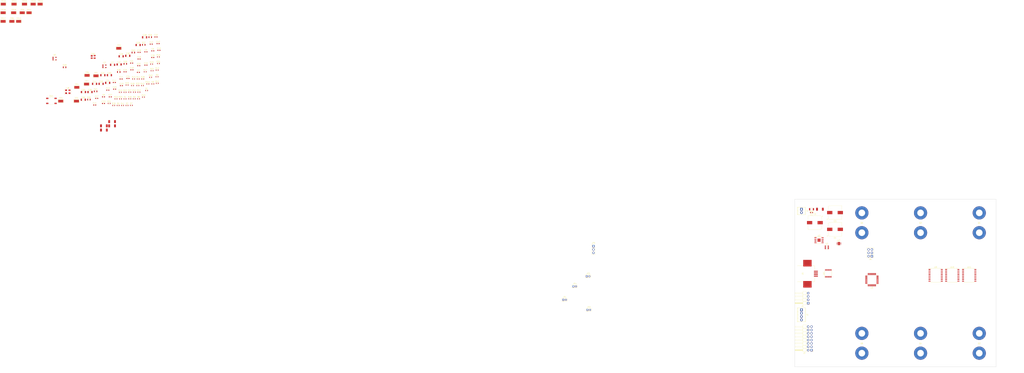
<source format=kicad_pcb>
(kicad_pcb (version 20170123) (host pcbnew "(2017-04-02 revision 2f9be81b1)-makepkg")
  (layers (0 F.Cu signal) (31 B.Cu signal) (34 B.Paste user) (35 F.Paste user) (36 B.SilkS user) (37 F.SilkS user) (38 B.Mask user) (39 F.Mask user) (44 Edge.Cuts user))
  (net 0 "")
  (net 1 GND)
  (net 2 +12V)
  (net 3 "Net-(C2-Pad2)")
  (net 4 +5V)
  (net 5 "Net-(C10-Pad1)")
  (net 6 /12V_PROT)
  (net 7 /12V_SEN)
  (net 8 /BUCK_B)
  (net 9 /BUCK_SW)
  (net 10 /~MCU_RST)
  (net 11 /YLW_VB)
  (net 12 /YLW_VS)
  (net 13 /GRN_VS)
  (net 14 /GRN_VB)
  (net 15 /BLU_VS)
  (net 16 /BLU_VB)
  (net 17 /BUCK_FB)
  (net 18 /VIN)
  (net 19 /POS_A)
  (net 20 /POS_B)
  (net 21 /POS_C)
  (net 22 /LINK_CURR)
  (net 23 /CMD_CURR0)
  (net 24 /CMD_CURR1)
  (net 25 /CMD_CURR2)
  (net 26 /CMD_CURR3)
  (net 27 /CMD_CURR4)
  (net 28 /I2C_SCL)
  (net 29 /I2C_SDA)
  (net 30 /PE2)
  (net 31 /PE3)
  (net 32 /PB7)
  (net 33 /TXD)
  (net 34 /RXD)
  (net 35 /MODE/MOSI)
  (net 36 /SHDN/SCK)
  (net 37 /PB4/MISO)
  (net 38 "Net-(JP1-Pad1)")
  (net 39 "Net-(JP2-Pad2)")
  (net 40 "Net-(JP3-Pad2)")
  (net 41 /SD)
  (net 42 "Net-(JP4-Pad1)")
  (net 43 /EX_SD/SCK)
  (net 44 /M_SD/MISO)
  (net 45 /YLW_DRVH)
  (net 46 /VBUS_DET)
  (net 47 "Net-(R8-Pad1)")
  (net 48 /PE0)
  (net 49 /PE1)
  (net 50 "Net-(R16-Pad2)")
  (net 51 "Net-(R17-Pad1)")
  (net 52 /USB_R+)
  (net 53 /USB+)
  (net 54 /USB-)
  (net 55 /USB_R-)
  (net 56 /AREF)
  (net 57 /GLED)
  (net 58 "Net-(D3-Pad2)")
  (net 59 "Net-(D3-Pad1)")
  (net 60 /YLED)
  (net 61 /YLW_DRVH_R)
  (net 62 /YLW_DRVL)
  (net 63 /YLW_DRVL_R)
  (net 64 /GRN_DRVH)
  (net 65 /GRN_DRVH_R)
  (net 66 /GRN_DRVL_R)
  (net 67 /GRN_DRVL)
  (net 68 /BLU_DRVH_R)
  (net 69 /BLU_DRVH)
  (net 70 /BLU_DRVL)
  (net 71 /BLU_DRVL_R)
  (net 72 /CBUS1)
  (net 73 /CBUS2)
  (net 74 /CBUS3)
  (net 75 "Net-(U4-Pad6)")
  (net 76 "Net-(U4-Pad2)")
  (net 77 /YLW_L)
  (net 78 /BLU_H)
  (net 79 /BLU_L)
  (net 80 /GRN_H)
  (net 81 /CLK)
  (net 82 /GRN_L)
  (net 83 /YLW_H)
  (net 84 "Net-(U6-Pad1)")
  (net 85 "Net-(U7-Pad9)")
  (net 86 "Net-(U8-Pad1)")
  (net 87 +12V_HLDP)
  (net 88 +3V3_FTDI)
  (net 89 +5V_USB)
  (net 90 /PGOOD)
  (module Capacitors_SMD:C_0603 (layer F.Cu) (at 83.82 38.1 180)
    (fp_text reference C1 (at 0 -1.5 180) (layer F.SilkS))
    (fp_text value 100nF)
    (pad 2 smd rect (at 0.75 0 180) (size 0.8 0.75) (layers F.Cu F.Paste F.Mask) (net 1 GND))
    (pad 1 smd rect (at -0.75 0 180) (size 0.8 0.75) (layers F.Cu F.Paste F.Mask) (net 2 +12V))
  )
  (module Capacitors_SMD:C_0603 (layer F.Cu) (at -425.849613 -68.068744)
    (fp_text reference C2 (at 0 -1.5) (layer F.SilkS))
    (fp_text value 4.5nF)
    (pad 2 smd rect (at 0.75 0) (size 0.8 0.75) (layers F.Cu F.Paste F.Mask) (net 3 "Net-(C2-Pad2)"))
    (pad 1 smd rect (at -0.75 0) (size 0.8 0.75) (layers F.Cu F.Paste F.Mask) (net 1 GND))
  )
  (module Capacitors_SMD:CP_Elec_10x10.5 (layer F.Cu) (at 101.6 38.1)
    (fp_text reference C3 (at 0 6.46) (layer F.SilkS))
    (fp_text value 150uF)
    (fp_text user + (at -5.78 4.97) (layer F.SilkS))
    (pad 2 smd rect (at 4 0 180) (size 4 2.5) (layers F.Cu F.Paste F.Mask) (net 1 GND))
    (pad 1 smd rect (at -4 0 180) (size 4 2.5) (layers F.Cu F.Paste F.Mask) (net 87 +12V_HLDP))
  )
  (module Capacitors_SMD:CP_Elec_10x10.5 (layer F.Cu) (at 101.6 50.8)
    (fp_text reference C4 (at 0 6.46) (layer F.SilkS))
    (fp_text value 150uF)
    (fp_text user + (at -5.78 4.97) (layer F.SilkS))
    (pad 1 smd rect (at -4 0 180) (size 4 2.5) (layers F.Cu F.Paste F.Mask) (net 87 +12V_HLDP))
    (pad 2 smd rect (at 4 0 180) (size 4 2.5) (layers F.Cu F.Paste F.Mask) (net 1 GND))
  )
  (module Capacitors_SMD:CP_Elec_10x10.5 (layer F.Cu) (at 86.36 45.72 180)
    (fp_text reference C5 (at 0 6.46 180) (layer F.SilkS))
    (fp_text value 150uF)
    (fp_text user + (at -5.78 4.97 180) (layer F.SilkS))
    (pad 2 smd rect (at 4 0) (size 4 2.5) (layers F.Cu F.Paste F.Mask) (net 1 GND))
    (pad 1 smd rect (at -4 0) (size 4 2.5) (layers F.Cu F.Paste F.Mask) (net 87 +12V_HLDP))
  )
  (module Capacitors_SMD:C_0603 (layer F.Cu) (at -415.001517 -84.368744)
    (fp_text reference C6 (at 0 -1.5) (layer F.SilkS))
    (fp_text value 100nF)
    (pad 2 smd rect (at 0.75 0) (size 0.8 0.75) (layers F.Cu F.Paste F.Mask) (net 1 GND))
    (pad 1 smd rect (at -0.75 0) (size 0.8 0.75) (layers F.Cu F.Paste F.Mask) (net 87 +12V_HLDP))
  )
  (module Capacitors_SMD:C_1206 (layer F.Cu) (at -445.39104 -73.778744)
    (fp_text reference C7 (at 0 -1.75) (layer F.SilkS))
    (fp_text value 4.7uF)
    (pad 1 smd rect (at -1.5 0) (size 1 1.6) (layers F.Cu F.Paste F.Mask) (net 87 +12V_HLDP))
    (pad 2 smd rect (at 1.5 0) (size 1 1.6) (layers F.Cu F.Paste F.Mask) (net 1 GND))
  )
  (module Capacitors_SMD:C_0603 (layer F.Cu) (at -452.281517 -49.528744)
    (fp_text reference C8 (at 0 -1.5) (layer F.SilkS))
    (fp_text value 100nF)
    (pad 1 smd rect (at -0.75 0) (size 0.8 0.75) (layers F.Cu F.Paste F.Mask) (net 4 +5V))
    (pad 2 smd rect (at 0.75 0) (size 0.8 0.75) (layers F.Cu F.Paste F.Mask) (net 1 GND))
  )
  (module Capacitors_SMD:C_0603 (layer F.Cu) (at -420.161517 -83.618744)
    (fp_text reference C9 (at 0 -1.5) (layer F.SilkS))
    (fp_text value 100nF)
    (pad 1 smd rect (at -0.75 0) (size 0.8 0.75) (layers F.Cu F.Paste F.Mask) (net 87 +12V_HLDP))
    (pad 2 smd rect (at 0.75 0) (size 0.8 0.75) (layers F.Cu F.Paste F.Mask) (net 1 GND))
  )
  (module Capacitors_SMD:C_0603 (layer F.Cu) (at -425.321517 -78.168744)
    (fp_text reference C10 (at 0 -1.5) (layer F.SilkS))
    (fp_text value 100nF)
    (pad 1 smd rect (at -0.75 0) (size 0.8 0.75) (layers F.Cu F.Paste F.Mask) (net 5 "Net-(C10-Pad1)"))
    (pad 2 smd rect (at 0.75 0) (size 0.8 0.75) (layers F.Cu F.Paste F.Mask) (net 1 GND))
  )
  (module Capacitors_SMD:C_0603 (layer F.Cu) (at -444.071517 -60.378744)
    (fp_text reference C11 (at 0 -1.5) (layer F.SilkS))
    (fp_text value 100nF)
    (pad 2 smd rect (at 0.75 0) (size 0.8 0.75) (layers F.Cu F.Paste F.Mask) (net 1 GND))
    (pad 1 smd rect (at -0.75 0) (size 0.8 0.75) (layers F.Cu F.Paste F.Mask) (net 6 /12V_PROT))
  )
  (module Capacitors_SMD:C_0603 (layer F.Cu) (at -416.101517 -89.418744)
    (fp_text reference C12 (at 0 -1.5) (layer F.SilkS))
    (fp_text value 100nF)
    (pad 1 smd rect (at -0.75 0) (size 0.8 0.75) (layers F.Cu F.Paste F.Mask) (net 4 +5V))
    (pad 2 smd rect (at 0.75 0) (size 0.8 0.75) (layers F.Cu F.Paste F.Mask) (net 1 GND))
  )
  (module Capacitors_SMD:C_0603 (layer F.Cu) (at -449.021517 -54.578744)
    (fp_text reference C13 (at 0 -1.5) (layer F.SilkS))
    (fp_text value 100nF)
    (pad 1 smd rect (at -0.75 0) (size 0.8 0.75) (layers F.Cu F.Paste F.Mask) (net 7 /12V_SEN))
    (pad 2 smd rect (at 0.75 0) (size 0.8 0.75) (layers F.Cu F.Paste F.Mask) (net 1 GND))
  )
  (module Capacitors_SMD:C_1206 (layer F.Cu) (at -459.03104 -59.378744)
    (fp_text reference C14 (at 0 -1.75) (layer F.SilkS))
    (fp_text value 4.7uF)
    (pad 2 smd rect (at 1.5 0) (size 1 1.6) (layers F.Cu F.Paste F.Mask) (net 1 GND))
    (pad 1 smd rect (at -1.5 0) (size 1 1.6) (layers F.Cu F.Paste F.Mask) (net 4 +5V))
  )
  (module Capacitors_SMD:C_0603 (layer F.Cu) (at -435.931517 -68.498744)
    (fp_text reference C15 (at 0 -1.5) (layer F.SilkS))
    (fp_text value 100nF)
    (pad 1 smd rect (at -0.75 0) (size 0.8 0.75) (layers F.Cu F.Paste F.Mask) (net 88 +3V3_FTDI))
    (pad 2 smd rect (at 0.75 0) (size 0.8 0.75) (layers F.Cu F.Paste F.Mask) (net 1 GND))
  )
  (module Capacitors_SMD:C_0603 (layer F.Cu) (at -420.161517 -73.518744)
    (fp_text reference C16 (at 0 -1.5) (layer F.SilkS))
    (fp_text value 100nF)
    (pad 1 smd rect (at -0.75 0) (size 0.8 0.75) (layers F.Cu F.Paste F.Mask) (net 8 /BUCK_B))
    (pad 2 smd rect (at 0.75 0) (size 0.8 0.75) (layers F.Cu F.Paste F.Mask) (net 9 /BUCK_SW))
  )
  (module Capacitors_SMD:C_0603 (layer F.Cu) (at -457.441517 -48.378744)
    (fp_text reference C17 (at 0 -1.5) (layer F.SilkS))
    (fp_text value 100nF)
    (pad 2 smd rect (at 0.75 0) (size 0.8 0.75) (layers F.Cu F.Paste F.Mask) (net 1 GND))
    (pad 1 smd rect (at -0.75 0) (size 0.8 0.75) (layers F.Cu F.Paste F.Mask) (net 4 +5V))
  )
  (module Capacitors_SMD:C_0603 (layer F.Cu) (at -425.321517 -83.218744)
    (fp_text reference C18 (at 0 -1.5) (layer F.SilkS))
    (fp_text value 100nF)
    (pad 2 smd rect (at 0.75 0) (size 0.8 0.75) (layers F.Cu F.Paste F.Mask) (net 1 GND))
    (pad 1 smd rect (at -0.75 0) (size 0.8 0.75) (layers F.Cu F.Paste F.Mask) (net 4 +5V))
  )
  (module Capacitors_SMD:C_0603 (layer F.Cu) (at -438.701517 -57.998744)
    (fp_text reference C19 (at 0 -1.5) (layer F.SilkS))
    (fp_text value 100nF)
    (pad 2 smd rect (at 0.75 0) (size 0.8 0.75) (layers F.Cu F.Paste F.Mask) (net 1 GND))
    (pad 1 smd rect (at -0.75 0) (size 0.8 0.75) (layers F.Cu F.Paste F.Mask) (net 4 +5V))
  )
  (module Capacitors_SMD:C_1206 (layer F.Cu) (at -447.81104 -65.928744)
    (fp_text reference C20 (at 0 -1.75) (layer F.SilkS))
    (fp_text value 4.7uF)
    (pad 1 smd rect (at -1.5 0) (size 1 1.6) (layers F.Cu F.Paste F.Mask) (net 4 +5V))
    (pad 2 smd rect (at 1.5 0) (size 1 1.6) (layers F.Cu F.Paste F.Mask) (net 1 GND))
  )
  (module Capacitors_SMD:C_1206 (layer F.Cu) (at -452.76104 -65.928744)
    (fp_text reference C21 (at 0 -1.75) (layer F.SilkS))
    (fp_text value 4.7uF)
    (pad 1 smd rect (at -1.5 0) (size 1 1.6) (layers F.Cu F.Paste F.Mask) (net 4 +5V))
    (pad 2 smd rect (at 1.5 0) (size 1 1.6) (layers F.Cu F.Paste F.Mask) (net 1 GND))
  )
  (module Capacitors_SMD:C_0603 (layer F.Cu) (at -425.611517 -73.118744)
    (fp_text reference C22 (at 0 -1.5) (layer F.SilkS))
    (fp_text value 100nF)
    (pad 2 smd rect (at 0.75 0) (size 0.8 0.75) (layers F.Cu F.Paste F.Mask) (net 1 GND))
    (pad 1 smd rect (at -0.75 0) (size 0.8 0.75) (layers F.Cu F.Paste F.Mask) (net 4 +5V))
  )
  (module Capacitors_SMD:C_0603 (layer F.Cu) (at -452.281517 -44.478744)
    (fp_text reference C23 (at 0 -1.5) (layer F.SilkS))
    (fp_text value 100nF)
    (pad 2 smd rect (at 0.75 0) (size 0.8 0.75) (layers F.Cu F.Paste F.Mask) (net 1 GND))
    (pad 1 smd rect (at -0.75 0) (size 0.8 0.75) (layers F.Cu F.Paste F.Mask) (net 4 +5V))
  )
  (module Capacitors_SMD:C_0603 (layer F.Cu) (at -433.751517 -63.448744)
    (fp_text reference C24 (at 0 -1.5) (layer F.SilkS))
    (fp_text value 100nF)
    (pad 1 smd rect (at -0.75 0) (size 0.8 0.75) (layers F.Cu F.Paste F.Mask) (net 90 /PGOOD))
    (pad 2 smd rect (at 0.75 0) (size 0.8 0.75) (layers F.Cu F.Paste F.Mask) (net 1 GND))
  )
  (module Capacitors_SMD:C_1206 (layer F.Cu) (at -467.45104 -53.158744)
    (fp_text reference C25 (at 0 -1.75) (layer F.SilkS))
    (fp_text value 4.7uF)
    (pad 2 smd rect (at 1.5 0) (size 1 1.6) (layers F.Cu F.Paste F.Mask) (net 1 GND))
    (pad 1 smd rect (at -1.5 0) (size 1 1.6) (layers F.Cu F.Paste F.Mask) (net 4 +5V))
  )
  (module Capacitors_SMD:C_1206 (layer F.Cu) (at -438.88104 -80.218744)
    (fp_text reference C26 (at 0 -1.75) (layer F.SilkS))
    (fp_text value 4.7uF)
    (pad 2 smd rect (at 1.5 0) (size 1 1.6) (layers F.Cu F.Paste F.Mask) (net 1 GND))
    (pad 1 smd rect (at -1.5 0) (size 1 1.6) (layers F.Cu F.Paste F.Mask) (net 89 +5V_USB))
  )
  (module Capacitors_SMD:C_0603 (layer F.Cu) (at -447.121517 -49.528744)
    (fp_text reference C27 (at 0 -1.5) (layer F.SilkS))
    (fp_text value 100nF)
    (pad 2 smd rect (at 0.75 0) (size 0.8 0.75) (layers F.Cu F.Paste F.Mask) (net 1 GND))
    (pad 1 smd rect (at -0.75 0) (size 0.8 0.75) (layers F.Cu F.Paste F.Mask) (net 10 /~MCU_RST))
  )
  (module Capacitors_SMD:C_1206 (layer F.Cu) (at -421.16104 -94.618744)
    (fp_text reference C28 (at 0 -1.75) (layer F.SilkS))
    (fp_text value 4.7uF)
    (pad 1 smd rect (at -1.5 0) (size 1 1.6) (layers F.Cu F.Paste F.Mask) (net 4 +5V))
    (pad 2 smd rect (at 1.5 0) (size 1 1.6) (layers F.Cu F.Paste F.Mask) (net 1 GND))
  )
  (module Capacitors_SMD:C_1206 (layer F.Cu) (at -426.04104 -88.768744)
    (fp_text reference C29 (at 0 -1.75) (layer F.SilkS))
    (fp_text value 4.7uF)
    (pad 1 smd rect (at -1.5 0) (size 1 1.6) (layers F.Cu F.Paste F.Mask) (net 4 +5V))
    (pad 2 smd rect (at 1.5 0) (size 1 1.6) (layers F.Cu F.Paste F.Mask) (net 1 GND))
  )
  (module Capacitors_SMD:C_0603 (layer F.Cu) (at -415.001517 -79.318744)
    (fp_text reference C30 (at 0 -1.5) (layer F.SilkS))
    (fp_text value 100nF)
    (pad 2 smd rect (at 0.75 0) (size 0.8 0.75) (layers F.Cu F.Paste F.Mask) (net 1 GND))
    (pad 1 smd rect (at -0.75 0) (size 0.8 0.75) (layers F.Cu F.Paste F.Mask) (net 4 +5V))
  )
  (module Capacitors_SMD:C_0603 (layer F.Cu) (at -430.981517 -75.048744)
    (fp_text reference C31 (at 0 -1.5) (layer F.SilkS))
    (fp_text value 100nF)
    (pad 1 smd rect (at -0.75 0) (size 0.8 0.75) (layers F.Cu F.Paste F.Mask) (net 4 +5V))
    (pad 2 smd rect (at 0.75 0) (size 0.8 0.75) (layers F.Cu F.Paste F.Mask) (net 1 GND))
  )
  (module Capacitors_SMD:C_0603 (layer F.Cu) (at -412.551517 -94.868744)
    (fp_text reference C32 (at 0 -1.5) (layer F.SilkS))
    (fp_text value 100nF)
    (pad 1 smd rect (at -0.75 0) (size 0.8 0.75) (layers F.Cu F.Paste F.Mask) (net 4 +5V))
    (pad 2 smd rect (at 0.75 0) (size 0.8 0.75) (layers F.Cu F.Paste F.Mask) (net 1 GND))
  )
  (module Capacitors_SMD:C_0603 (layer F.Cu) (at -443.861517 -55.328744)
    (fp_text reference C33 (at 0 -1.5) (layer F.SilkS))
    (fp_text value 100nF)
    (pad 1 smd rect (at -0.75 0) (size 0.8 0.75) (layers F.Cu F.Paste F.Mask) (net 4 +5V))
    (pad 2 smd rect (at 0.75 0) (size 0.8 0.75) (layers F.Cu F.Paste F.Mask) (net 1 GND))
  )
  (module Capacitors_SMD:C_1206 (layer F.Cu) (at -449.13104 -60.128744)
    (fp_text reference C34 (at 0 -1.75) (layer F.SilkS))
    (fp_text value 4.7uF)
    (pad 1 smd rect (at -1.5 0) (size 1 1.6) (layers F.Cu F.Paste F.Mask) (net 11 /YLW_VB))
    (pad 2 smd rect (at 1.5 0) (size 1 1.6) (layers F.Cu F.Paste F.Mask) (net 12 /YLW_VS))
  )
  (module Capacitors_SMD:C_1206 (layer F.Cu) (at -467.55104 -47.358744)
    (fp_text reference C35 (at 0 -1.75) (layer F.SilkS))
    (fp_text value 4.7uF)
    (pad 2 smd rect (at 1.5 0) (size 1 1.6) (layers F.Cu F.Paste F.Mask) (net 13 /GRN_VS))
    (pad 1 smd rect (at -1.5 0) (size 1 1.6) (layers F.Cu F.Paste F.Mask) (net 14 /GRN_VB))
  )
  (module Capacitors_SMD:C_1206 (layer F.Cu) (at -462.50104 -53.158744)
    (fp_text reference C36 (at 0 -1.75) (layer F.SilkS))
    (fp_text value 4.7uF)
    (pad 2 smd rect (at 1.5 0) (size 1 1.6) (layers F.Cu F.Paste F.Mask) (net 15 /BLU_VS))
    (pad 1 smd rect (at -1.5 0) (size 1 1.6) (layers F.Cu F.Paste F.Mask) (net 16 /BLU_VB))
  )
  (module Capacitors_SMD:C_1206 (layer F.Cu) (at -440.44104 -74.048744)
    (fp_text reference C37 (at 0 -1.75) (layer F.SilkS))
    (fp_text value 4.7uF)
    (pad 2 smd rect (at 1.5 0) (size 1 1.6) (layers F.Cu F.Paste F.Mask) (net 1 GND))
    (pad 1 smd rect (at -1.5 0) (size 1 1.6) (layers F.Cu F.Paste F.Mask) (net 87 +12V_HLDP))
  )
  (module Capacitors_SMD:C_1206 (layer F.Cu) (at -433.93104 -80.598744)
    (fp_text reference C38 (at 0 -1.75) (layer F.SilkS))
    (fp_text value 4.7uF)
    (pad 1 smd rect (at -1.5 0) (size 1 1.6) (layers F.Cu F.Paste F.Mask) (net 87 +12V_HLDP))
    (pad 2 smd rect (at 1.5 0) (size 1 1.6) (layers F.Cu F.Paste F.Mask) (net 1 GND))
  )
  (module Capacitors_SMD:C_1206 (layer F.Cu) (at -454.08104 -59.378744)
    (fp_text reference C39 (at 0 -1.75) (layer F.SilkS))
    (fp_text value 4.7uF)
    (pad 2 smd rect (at 1.5 0) (size 1 1.6) (layers F.Cu F.Paste F.Mask) (net 1 GND))
    (pad 1 smd rect (at -1.5 0) (size 1 1.6) (layers F.Cu F.Paste F.Mask) (net 87 +12V_HLDP))
  )
  (module Capacitors_SMD:C_0603 (layer F.Cu) (at -430.771517 -69.998744)
    (fp_text reference C40 (at 0 -1.5) (layer F.SilkS))
    (fp_text value 100nF)
    (pad 1 smd rect (at -0.75 0) (size 0.8 0.75) (layers F.Cu F.Paste F.Mask) (net 87 +12V_HLDP))
    (pad 2 smd rect (at 0.75 0) (size 0.8 0.75) (layers F.Cu F.Paste F.Mask) (net 1 GND))
  )
  (module Capacitors_SMD:C_0603 (layer F.Cu) (at -458.941517 -43.328744)
    (fp_text reference C41 (at 0 -1.5) (layer F.SilkS))
    (fp_text value 100nF)
    (pad 2 smd rect (at 0.75 0) (size 0.8 0.75) (layers F.Cu F.Paste F.Mask) (net 1 GND))
    (pad 1 smd rect (at -0.75 0) (size 0.8 0.75) (layers F.Cu F.Paste F.Mask) (net 87 +12V_HLDP))
  )
  (module Capacitors_SMD:C_0603 (layer F.Cu) (at -410.941517 -89.818744)
    (fp_text reference C42 (at 0 -1.5) (layer F.SilkS))
    (fp_text value 100nF)
    (pad 2 smd rect (at 0.75 0) (size 0.8 0.75) (layers F.Cu F.Paste F.Mask) (net 1 GND))
    (pad 1 smd rect (at -0.75 0) (size 0.8 0.75) (layers F.Cu F.Paste F.Mask) (net 87 +12V_HLDP))
  )
  (module Capacitors_SMD:C_0603 (layer F.Cu) (at -410.317708 -84.768744)
    (fp_text reference C43 (at 0 -1.5) (layer F.SilkS))
    (fp_text value 27pF)
    (pad 2 smd rect (at 0.75 0) (size 0.8 0.75) (layers F.Cu F.Paste F.Mask) (net 17 /BUCK_FB))
    (pad 1 smd rect (at -0.75 0) (size 0.8 0.75) (layers F.Cu F.Paste F.Mask) (net 4 +5V))
  )
  (module Capacitors_SMD:C_0603 (layer F.Cu) (at -438.911517 -63.048744)
    (fp_text reference C44 (at 0 -1.5) (layer F.SilkS))
    (fp_text value 100nF)
    (pad 1 smd rect (at -0.75 0) (size 0.8 0.75) (layers F.Cu F.Paste F.Mask) (net 89 +5V_USB))
    (pad 2 smd rect (at 0.75 0) (size 0.8 0.75) (layers F.Cu F.Paste F.Mask) (net 1 GND))
  )
  (module Pin_Headers:Pin_Header_Angled_1x04_Pitch2.54mm (layer F.Cu) (at 81.28 106.68 180)
    (fp_text reference J4 (at 4.315 -2.27 180) (layer F.SilkS))
    (fp_text value UART)
    (pad 1 thru_hole rect (at 0 0 180) (size 1.7 1.7) (drill 1) (layers *.Cu *.Mask) (net 1 GND))
    (pad 2 thru_hole oval (at 0 2.54 180) (size 1.7 1.7) (drill 1) (layers *.Cu *.Mask) (net 34 /RXD))
    (pad 3 thru_hole oval (at 0 5.08 180) (size 1.7 1.7) (drill 1) (layers *.Cu *.Mask) (net 33 /TXD))
    (pad 4 thru_hole oval (at 0 7.62 180) (size 1.7 1.7) (drill 1) (layers *.Cu *.Mask) (net 1 GND))
  )
  (module Pin_Headers:Pin_Header_Straight_2x01_Pitch2.00mm (layer F.Cu) (at -104.14 104.14)
    (fp_text reference JP1 (at 1 -2.06) (layer F.SilkS))
    (fp_text value HALL_P_EN)
    (pad 1 thru_hole rect (at 0 0) (size 1.35 1.35) (drill 0.8) (layers *.Cu *.Mask) (net 38 "Net-(JP1-Pad1)"))
    (pad 2 thru_hole oval (at 2 0) (size 1.35 1.35) (drill 0.8) (layers *.Cu *.Mask) (net 4 +5V))
  )
  (module Pin_Headers:Pin_Header_Straight_2x01_Pitch2.00mm (layer F.Cu) (at -85.82 111.76)
    (fp_text reference JP2 (at 1 -2.06) (layer F.SilkS))
    (fp_text value I2C_SDA)
    (pad 2 thru_hole oval (at 2 0) (size 1.35 1.35) (drill 0.8) (layers *.Cu *.Mask) (net 39 "Net-(JP2-Pad2)"))
    (pad 1 thru_hole rect (at 0 0) (size 1.35 1.35) (drill 0.8) (layers *.Cu *.Mask) (net 28 /I2C_SCL))
  )
  (module Pin_Headers:Pin_Header_Straight_2x01_Pitch2.00mm (layer F.Cu) (at -86.36 86.36)
    (fp_text reference JP3 (at 1 -2.06) (layer F.SilkS))
    (fp_text value I2C_SCL)
    (pad 1 thru_hole rect (at 0 0) (size 1.35 1.35) (drill 0.8) (layers *.Cu *.Mask) (net 29 /I2C_SDA))
    (pad 2 thru_hole oval (at 2 0) (size 1.35 1.35) (drill 0.8) (layers *.Cu *.Mask) (net 40 "Net-(JP3-Pad2)"))
  )
  (module Pin_Headers:Pin_Header_Straight_2x01_Pitch2.00mm (layer F.Cu) (at -96.52 93.98)
    (fp_text reference JP4 (at 1 -2.06) (layer F.SilkS))
    (fp_text value SD)
    (pad 2 thru_hole oval (at 2 0) (size 1.35 1.35) (drill 0.8) (layers *.Cu *.Mask) (net 41 /SD))
    (pad 1 thru_hole rect (at 0 0) (size 1.35 1.35) (drill 0.8) (layers *.Cu *.Mask) (net 42 "Net-(JP4-Pad1)"))
  )
  (module Pin_Headers:Pin_Header_Straight_1x03_Pitch2.54mm (layer F.Cu) (at -81.28 63.5)
    (fp_text reference JP5 (at 0 -2.33) (layer F.SilkS))
    (fp_text value SHDN_SELECT)
    (pad 3 thru_hole oval (at 0 5.08) (size 1.7 1.7) (drill 1) (layers *.Cu *.Mask) (net 43 /EX_SD/SCK))
    (pad 2 thru_hole oval (at 0 2.54) (size 1.7 1.7) (drill 1) (layers *.Cu *.Mask) (net 41 /SD))
    (pad 1 thru_hole rect (at 0 0) (size 1.7 1.7) (drill 1) (layers *.Cu *.Mask) (net 44 /M_SD/MISO))
  )
  (module Resistors_SMD:R_0603 (layer F.Cu) (at -419.61104 -54.318744)
    (fp_text reference R1 (at 0 -1.45) (layer F.SilkS))
    (fp_text value 1M)
    (pad 2 smd rect (at 0.75 0) (size 0.5 0.9) (layers F.Cu F.Paste F.Mask) (net 1 GND))
    (pad 1 smd rect (at -0.75 0) (size 0.5 0.9) (layers F.Cu F.Paste F.Mask) (net 3 "Net-(C2-Pad2)"))
  )
  (module Resistors_SMD:R_0603 (layer F.Cu) (at -434.463898 -42.998744)
    (fp_text reference R2 (at 0 -1.45) (layer F.SilkS))
    (fp_text value 10k)
    (pad 2 smd rect (at 0.75 0) (size 0.5 0.9) (layers F.Cu F.Paste F.Mask) (net 38 "Net-(JP1-Pad1)"))
    (pad 1 smd rect (at -0.75 0) (size 0.5 0.9) (layers F.Cu F.Paste F.Mask) (net 19 /POS_A))
  )
  (module Resistors_SMD:R_0603 (layer F.Cu) (at -411.743898 -64.768744)
    (fp_text reference R3 (at 0 -1.45) (layer F.SilkS))
    (fp_text value 10k)
    (pad 1 smd rect (at -0.75 0) (size 0.5 0.9) (layers F.Cu F.Paste F.Mask) (net 20 /POS_B))
    (pad 2 smd rect (at 0.75 0) (size 0.5 0.9) (layers F.Cu F.Paste F.Mask) (net 38 "Net-(JP1-Pad1)"))
  )
  (module Resistors_SMD:R_0603 (layer F.Cu) (at -418.693898 -59.318744)
    (fp_text reference R3k1 (at 0 -1.45) (layer F.SilkS))
    (fp_text value 10k)
    (pad 1 smd rect (at -0.75 0) (size 0.5 0.9) (layers F.Cu F.Paste F.Mask) (net 12 /YLW_VS))
    (pad 2 smd rect (at 0.75 0) (size 0.5 0.9) (layers F.Cu F.Paste F.Mask) (net 45 /YLW_DRVH))
  )
  (module Resistors_SMD:R_0603 (layer F.Cu) (at -436.013898 -47.998744)
    (fp_text reference R4 (at 0 -1.45) (layer F.SilkS))
    (fp_text value 10k)
    (pad 1 smd rect (at -0.75 0) (size 0.5 0.9) (layers F.Cu F.Paste F.Mask) (net 21 /POS_C))
    (pad 2 smd rect (at 0.75 0) (size 0.5 0.9) (layers F.Cu F.Paste F.Mask) (net 38 "Net-(JP1-Pad1)"))
  )
  (module Resistors_SMD:R_0603 (layer F.Cu) (at -429.013898 -48.068744)
    (fp_text reference R5 (at 0 -1.45) (layer F.SilkS))
    (fp_text value 10k)
    (pad 2 smd rect (at 0.75 0) (size 0.5 0.9) (layers F.Cu F.Paste F.Mask) (net 4 +5V))
    (pad 1 smd rect (at -0.75 0) (size 0.5 0.9) (layers F.Cu F.Paste F.Mask) (net 39 "Net-(JP2-Pad2)"))
  )
  (module Resistors_SMD:R_0603 (layer F.Cu) (at -441.173898 -42.998744)
    (fp_text reference R6 (at 0 -1.45) (layer F.SilkS))
    (fp_text value 10k)
    (pad 2 smd rect (at 0.75 0) (size 0.5 0.9) (layers F.Cu F.Paste F.Mask) (net 4 +5V))
    (pad 1 smd rect (at -0.75 0) (size 0.5 0.9) (layers F.Cu F.Paste F.Mask) (net 39 "Net-(JP2-Pad2)"))
  )
  (module Resistors_SMD:R_0603 (layer F.Cu) (at -431.203898 -43.068744)
    (fp_text reference R7 (at 0 -1.45) (layer F.SilkS))
    (fp_text value 10k)
    (pad 1 smd rect (at -0.75 0) (size 0.5 0.9) (layers F.Cu F.Paste F.Mask) (net 46 /VBUS_DET))
    (pad 2 smd rect (at 0.75 0) (size 0.5 0.9) (layers F.Cu F.Paste F.Mask) (net 89 +5V_USB))
  )
  (module Resistors_SMD:R_0603 (layer F.Cu) (at -425.753898 -48.068744)
    (fp_text reference R8 (at 0 -1.45) (layer F.SilkS))
    (fp_text value 10k)
    (pad 1 smd rect (at -0.75 0) (size 0.5 0.9) (layers F.Cu F.Paste F.Mask) (net 47 "Net-(R8-Pad1)"))
    (pad 2 smd rect (at 0.75 0) (size 0.5 0.9) (layers F.Cu F.Paste F.Mask) (net 46 /VBUS_DET))
  )
  (module Resistors_SMD:R_0603 (layer F.Cu) (at -414.933898 -59.318744)
    (fp_text reference R9 (at 0 -1.45) (layer F.SilkS))
    (fp_text value 10k)
    (pad 2 smd rect (at 0.75 0) (size 0.5 0.9) (layers F.Cu F.Paste F.Mask) (net 47 "Net-(R8-Pad1)"))
    (pad 1 smd rect (at -0.75 0) (size 0.5 0.9) (layers F.Cu F.Paste F.Mask) (net 1 GND))
  )
  (module Resistors_SMD:R_0603 (layer F.Cu) (at -422.01866 -49.318744)
    (fp_text reference R10 (at 0 -1.45) (layer F.SilkS))
    (fp_text value 10k)
    (pad 2 smd rect (at 0.75 0) (size 0.5 0.9) (layers F.Cu F.Paste F.Mask) (net 4 +5V))
    (pad 1 smd rect (at -0.75 0) (size 0.5 0.9) (layers F.Cu F.Paste F.Mask) (net 40 "Net-(JP3-Pad2)"))
  )
  (module Resistors_SMD:R_0603 (layer F.Cu) (at -411.57866 -59.768744)
    (fp_text reference R11 (at 0 -1.45) (layer F.SilkS))
    (fp_text value 10k)
    (pad 1 smd rect (at -0.75 0) (size 0.5 0.9) (layers F.Cu F.Paste F.Mask) (net 40 "Net-(JP3-Pad2)"))
    (pad 2 smd rect (at 0.75 0) (size 0.5 0.9) (layers F.Cu F.Paste F.Mask) (net 4 +5V))
  )
  (module Resistors_SMD:R_0603 (layer F.Cu) (at -425.46866 -53.068744)
    (fp_text reference R12 (at 0 -1.45) (layer F.SilkS))
    (fp_text value 0R)
    (pad 2 smd rect (at 0.75 0) (size 0.5 0.9) (layers F.Cu F.Paste F.Mask) (net 28 /I2C_SCL))
    (pad 1 smd rect (at -0.75 0) (size 0.5 0.9) (layers F.Cu F.Paste F.Mask) (net 48 /PE0))
  )
  (module Resistors_SMD:R_0603 (layer F.Cu) (at -439.55866 -52.998744)
    (fp_text reference R13 (at 0 -1.45) (layer F.SilkS))
    (fp_text value 0R)
    (pad 1 smd rect (at -0.75 0) (size 0.5 0.9) (layers F.Cu F.Paste F.Mask) (net 49 /PE1))
    (pad 2 smd rect (at 0.75 0) (size 0.5 0.9) (layers F.Cu F.Paste F.Mask) (net 29 /I2C_SDA))
  )
  (module Resistors_SMD:R_0603 (layer F.Cu) (at -425.99866 -63.068744)
    (fp_text reference R14 (at 0 -1.45) (layer F.SilkS))
    (fp_text value 0R)
    (pad 1 smd rect (at -0.75 0) (size 0.5 0.9) (layers F.Cu F.Paste F.Mask) (net 49 /PE1))
    (pad 2 smd rect (at 0.75 0) (size 0.5 0.9) (layers F.Cu F.Paste F.Mask) (net 4 +5V))
  )
  (module Resistors_SMD:R_0603 (layer F.Cu) (at -429.44866 -63.068744)
    (fp_text reference R15 (at 0 -1.45) (layer F.SilkS))
    (fp_text value 0R)
    (pad 2 smd rect (at 0.75 0) (size 0.5 0.9) (layers F.Cu F.Paste F.Mask) (net 1 GND))
    (pad 1 smd rect (at -0.75 0) (size 0.5 0.9) (layers F.Cu F.Paste F.Mask) (net 48 /PE0))
  )
  (module Resistors_SMD:R_0603 (layer F.Cu) (at -410.69866 -79.768744)
    (fp_text reference R16 (at 0 -1.45) (layer F.SilkS))
    (fp_text value 0R)
    (pad 2 smd rect (at 0.75 0) (size 0.5 0.9) (layers F.Cu F.Paste F.Mask) (net 50 "Net-(R16-Pad2)"))
    (pad 1 smd rect (at -0.75 0) (size 0.5 0.9) (layers F.Cu F.Paste F.Mask) (net 6 /12V_PROT))
  )
  (module Resistors_SMD:R_0603 (layer F.Cu) (at -420.689613 -68.518744)
    (fp_text reference R17 (at 0 -1.45) (layer F.SilkS))
    (fp_text value 45.3k)
    (pad 2 smd rect (at 0.75 0) (size 0.5 0.9) (layers F.Cu F.Paste F.Mask) (net 1 GND))
    (pad 1 smd rect (at -0.75 0) (size 0.5 0.9) (layers F.Cu F.Paste F.Mask) (net 51 "Net-(R17-Pad1)"))
  )
  (module Resistors_SMD:R_0603 (layer F.Cu) (at -430.329613 -58.068744)
    (fp_text reference R18 (at 0 -1.45) (layer F.SilkS))
    (fp_text value 26.1k)
    (pad 2 smd rect (at 0.75 0) (size 0.5 0.9) (layers F.Cu F.Paste F.Mask) (net 7 /12V_SEN))
    (pad 1 smd rect (at -0.75 0) (size 0.5 0.9) (layers F.Cu F.Paste F.Mask) (net 6 /12V_PROT))
  )
  (module Resistors_SMD:R_0603 (layer F.Cu) (at -415.85866 -74.318744)
    (fp_text reference R19 (at 0 -1.45) (layer F.SilkS))
    (fp_text value 10k)
    (pad 2 smd rect (at 0.75 0) (size 0.5 0.9) (layers F.Cu F.Paste F.Mask) (net 1 GND))
    (pad 1 smd rect (at -0.75 0) (size 0.5 0.9) (layers F.Cu F.Paste F.Mask) (net 7 /12V_SEN))
  )
  (module Resistors_SMD:R_0603 (layer F.Cu) (at -434.39866 -58.448744)
    (fp_text reference R20 (at 0 -1.45) (layer F.SilkS))
    (fp_text value 27R)
    (pad 1 smd rect (at -0.75 0) (size 0.5 0.9) (layers F.Cu F.Paste F.Mask) (net 52 /USB_R+))
    (pad 2 smd rect (at 0.75 0) (size 0.5 0.9) (layers F.Cu F.Paste F.Mask) (net 53 /USB+))
  )
  (module Resistors_SMD:R_0603 (layer F.Cu) (at -447.97866 -44.528744)
    (fp_text reference R21 (at 0 -1.45) (layer F.SilkS))
    (fp_text value 27R)
    (pad 2 smd rect (at 0.75 0) (size 0.5 0.9) (layers F.Cu F.Paste F.Mask) (net 54 /USB-))
    (pad 1 smd rect (at -0.75 0) (size 0.5 0.9) (layers F.Cu F.Paste F.Mask) (net 55 /USB_R-))
  )
  (module Resistors_SMD:R_0603 (layer F.Cu) (at -435.965803 -52.998744)
    (fp_text reference R22 (at 0 -1.45) (layer F.SilkS))
    (fp_text value 6.8k)
    (pad 2 smd rect (at 0.75 0) (size 0.5 0.9) (layers F.Cu F.Paste F.Mask) (net 56 /AREF))
    (pad 1 smd rect (at -0.75 0) (size 0.5 0.9) (layers F.Cu F.Paste F.Mask) (net 4 +5V))
  )
  (module Resistors_SMD:R_0603 (layer F.Cu) (at -442.81866 -47.998744)
    (fp_text reference R23 (at 0 -1.45) (layer F.SilkS))
    (fp_text value 10k)
    (pad 1 smd rect (at -0.75 0) (size 0.5 0.9) (layers F.Cu F.Paste F.Mask) (net 56 /AREF))
    (pad 2 smd rect (at 0.75 0) (size 0.5 0.9) (layers F.Cu F.Paste F.Mask) (net 1 GND))
  )
  (module Resistors_SMD:R_0603 (layer F.Cu) (at -415.477708 -69.318744)
    (fp_text reference R24 (at 0 -1.45) (layer F.SilkS))
    (fp_text value 470k)
    (pad 1 smd rect (at -0.75 0) (size 0.5 0.9) (layers F.Cu F.Paste F.Mask) (net 57 /GLED))
    (pad 2 smd rect (at 0.75 0) (size 0.5 0.9) (layers F.Cu F.Paste F.Mask) (net 56 /AREF))
  )
  (module Resistors_SMD:R_0603 (layer F.Cu) (at -439.36866 -47.998744)
    (fp_text reference R25 (at 0 -1.45) (layer F.SilkS))
    (fp_text value 68k)
    (pad 1 smd rect (at -0.75 0) (size 0.5 0.9) (layers F.Cu F.Paste F.Mask) (net 4 +5V))
    (pad 2 smd rect (at 0.75 0) (size 0.5 0.9) (layers F.Cu F.Paste F.Mask) (net 17 /BUCK_FB))
  )
  (module Resistors_SMD:R_0603 (layer F.Cu) (at -444.52866 -42.998744)
    (fp_text reference R26 (at 0 -1.45) (layer F.SilkS))
    (fp_text value 12k)
    (pad 2 smd rect (at 0.75 0) (size 0.5 0.9) (layers F.Cu F.Paste F.Mask) (net 1 GND))
    (pad 1 smd rect (at -0.75 0) (size 0.5 0.9) (layers F.Cu F.Paste F.Mask) (net 17 /BUCK_FB))
  )
  (module Resistors_SMD:R_0603 (layer F.Cu) (at -432.36866 -53.068744)
    (fp_text reference R27 (at 0 -1.45) (layer F.SilkS))
    (fp_text value 10k)
    (pad 2 smd rect (at 0.75 0) (size 0.5 0.9) (layers F.Cu F.Paste F.Mask) (net 90 /PGOOD))
    (pad 1 smd rect (at -0.75 0) (size 0.5 0.9) (layers F.Cu F.Paste F.Mask) (net 4 +5V))
  )
  (module Resistors_SMD:R_0603 (layer F.Cu) (at -422.54866 -63.068744)
    (fp_text reference R28 (at 0 -1.45) (layer F.SilkS))
    (fp_text value 10k)
    (pad 1 smd rect (at -0.75 0) (size 0.5 0.9) (layers F.Cu F.Paste F.Mask) (net 33 /TXD))
    (pad 2 smd rect (at 0.75 0) (size 0.5 0.9) (layers F.Cu F.Paste F.Mask) (net 4 +5V))
  )
  (module Resistors_SMD:R_0805 (layer F.Cu) (at -435.76247 -74.518744)
    (fp_text reference R29 (at 0 -1.65) (layer F.SilkS))
    (fp_text value 180R)
    (pad 2 smd rect (at 0.95 0) (size 0.7 1.3) (layers F.Cu F.Paste F.Mask) (net 57 /GLED))
    (pad 1 smd rect (at -0.95 0) (size 0.7 1.3) (layers F.Cu F.Paste F.Mask) (net 58 "Net-(D3-Pad2)"))
  )
  (module Resistors_SMD:R_0805 (layer F.Cu) (at -440.71247 -68.348744)
    (fp_text reference R30 (at 0 -1.65) (layer F.SilkS))
    (fp_text value 180R)
    (pad 1 smd rect (at -0.95 0) (size 0.7 1.3) (layers F.Cu F.Paste F.Mask) (net 59 "Net-(D3-Pad1)"))
    (pad 2 smd rect (at 0.95 0) (size 0.7 1.3) (layers F.Cu F.Paste F.Mask) (net 60 /YLED))
  )
  (module Resistors_SMD:R_0603 (layer F.Cu) (at -410.69866 -74.768744)
    (fp_text reference R31 (at 0 -1.45) (layer F.SilkS))
    (fp_text value 10k)
    (pad 1 smd rect (at -0.75 0) (size 0.5 0.9) (layers F.Cu F.Paste F.Mask) (net 10 /~MCU_RST))
    (pad 2 smd rect (at 0.75 0) (size 0.5 0.9) (layers F.Cu F.Paste F.Mask) (net 4 +5V))
  )
  (module Resistors_SMD:R_0603 (layer F.Cu) (at -426.25866 -58.068744)
    (fp_text reference R32 (at 0 -1.45) (layer F.SilkS))
    (fp_text value 10k)
    (pad 1 smd rect (at -0.75 0) (size 0.5 0.9) (layers F.Cu F.Paste F.Mask) (net 42 "Net-(JP4-Pad1)"))
    (pad 2 smd rect (at 0.75 0) (size 0.5 0.9) (layers F.Cu F.Paste F.Mask) (net 4 +5V))
  )
  (module Resistors_SMD:R_0805 (layer F.Cu) (at -429.68104 -83.068744)
    (fp_text reference R33 (at 0 -1.65) (layer F.SilkS))
    (fp_text value 10R)
    (pad 2 smd rect (at 0.95 0) (size 0.7 1.3) (layers F.Cu F.Paste F.Mask) (net 61 /YLW_DRVH_R))
    (pad 1 smd rect (at -0.95 0) (size 0.7 1.3) (layers F.Cu F.Paste F.Mask) (net 45 /YLW_DRVH))
  )
  (module Resistors_SMD:R_0805 (layer F.Cu) (at -458.25104 -53.678744)
    (fp_text reference R34 (at 0 -1.65) (layer F.SilkS))
    (fp_text value 10R)
    (pad 1 smd rect (at -0.95 0) (size 0.7 1.3) (layers F.Cu F.Paste F.Mask) (net 62 /YLW_DRVL))
    (pad 2 smd rect (at 0.95 0) (size 0.7 1.3) (layers F.Cu F.Paste F.Mask) (net 63 /YLW_DRVL_R))
  )
  (module Resistors_SMD:R_0805 (layer F.Cu) (at -463.30104 -47.458744)
    (fp_text reference R35 (at 0 -1.65) (layer F.SilkS))
    (fp_text value 10R)
    (pad 1 smd rect (at -0.95 0) (size 0.7 1.3) (layers F.Cu F.Paste F.Mask) (net 64 /GRN_DRVH))
    (pad 2 smd rect (at 0.95 0) (size 0.7 1.3) (layers F.Cu F.Paste F.Mask) (net 65 /GRN_DRVH_R))
  )
  (module Resistors_SMD:R_0805 (layer F.Cu) (at -416.91104 -94.718744)
    (fp_text reference R36 (at 0 -1.65) (layer F.SilkS))
    (fp_text value 10R)
    (pad 2 smd rect (at 0.95 0) (size 0.7 1.3) (layers F.Cu F.Paste F.Mask) (net 66 /GRN_DRVL_R))
    (pad 1 smd rect (at -0.95 0) (size 0.7 1.3) (layers F.Cu F.Paste F.Mask) (net 67 /GRN_DRVL))
  )
  (module Resistors_SMD:R_0805 (layer F.Cu) (at -421.79104 -88.918744)
    (fp_text reference R37 (at 0 -1.65) (layer F.SilkS))
    (fp_text value 10R)
    (pad 2 smd rect (at 0.95 0) (size 0.7 1.3) (layers F.Cu F.Paste F.Mask) (net 68 /BLU_DRVH_R))
    (pad 1 smd rect (at -0.95 0) (size 0.7 1.3) (layers F.Cu F.Paste F.Mask) (net 69 /BLU_DRVH))
  )
  (module Resistors_SMD:R_0805 (layer F.Cu) (at -481.75104 -71.898744)
    (fp_text reference R38 (at 0 -1.65) (layer F.SilkS))
    (fp_text value 10R)
    (pad 1 smd rect (at -0.95 0) (size 0.7 1.3) (layers F.Cu F.Paste F.Mask) (net 70 /BLU_DRVL))
    (pad 2 smd rect (at 0.95 0) (size 0.7 1.3) (layers F.Cu F.Paste F.Mask) (net 71 /BLU_DRVL_R))
  )
  (module Resistors_SMD:R_0603 (layer F.Cu) (at -416.61866 -64.318744)
    (fp_text reference R40 (at 0 -1.45) (layer F.SilkS))
    (fp_text value 10k)
    (pad 1 smd rect (at -0.75 0) (size 0.5 0.9) (layers F.Cu F.Paste F.Mask) (net 1 GND))
    (pad 2 smd rect (at 0.75 0) (size 0.5 0.9) (layers F.Cu F.Paste F.Mask) (net 62 /YLW_DRVL))
  )
  (module Resistors_SMD:R_0603 (layer F.Cu) (at -437.81866 -42.998744)
    (fp_text reference R41 (at 0 -1.45) (layer F.SilkS))
    (fp_text value 10k)
    (pad 2 smd rect (at 0.75 0) (size 0.5 0.9) (layers F.Cu F.Paste F.Mask) (net 64 /GRN_DRVH))
    (pad 1 smd rect (at -0.75 0) (size 0.5 0.9) (layers F.Cu F.Paste F.Mask) (net 13 /GRN_VS))
  )
  (module Resistors_SMD:R_0603 (layer F.Cu) (at -422.80866 -58.068744)
    (fp_text reference R42 (at 0 -1.45) (layer F.SilkS))
    (fp_text value 10k)
    (pad 2 smd rect (at 0.75 0) (size 0.5 0.9) (layers F.Cu F.Paste F.Mask) (net 67 /GRN_DRVL))
    (pad 1 smd rect (at -0.75 0) (size 0.5 0.9) (layers F.Cu F.Paste F.Mask) (net 1 GND))
  )
  (module Resistors_SMD:R_0603 (layer F.Cu) (at -411.64866 -69.768744)
    (fp_text reference R43 (at 0 -1.45) (layer F.SilkS))
    (fp_text value 10k)
    (pad 1 smd rect (at -0.75 0) (size 0.5 0.9) (layers F.Cu F.Paste F.Mask) (net 15 /BLU_VS))
    (pad 2 smd rect (at 0.75 0) (size 0.5 0.9) (layers F.Cu F.Paste F.Mask) (net 69 /BLU_DRVH))
  )
  (module Resistors_SMD:R_0603 (layer F.Cu) (at -428.91866 -53.068744)
    (fp_text reference R44 (at 0 -1.45) (layer F.SilkS))
    (fp_text value 10k)
    (pad 2 smd rect (at 0.75 0) (size 0.5 0.9) (layers F.Cu F.Paste F.Mask) (net 70 /BLU_DRVL))
    (pad 1 smd rect (at -0.75 0) (size 0.5 0.9) (layers F.Cu F.Paste F.Mask) (net 1 GND))
  )
  (module Resistors_SMD:R_1206 (layer F.Cu) (at 83.82 35.56 180)
    (fp_text reference R45 (at 0 -1.85 180) (layer F.SilkS))
    (fp_text value 0.05R)
    (pad 2 smd rect (at 1.45 0 180) (size 0.9 1.7) (layers F.Cu F.Paste F.Mask) (net 18 /VIN))
    (pad 1 smd rect (at -1.45 0 180) (size 0.9 1.7) (layers F.Cu F.Paste F.Mask) (net 2 +12V))
  )
  (module Resistors_SMD:R_0603 (layer F.Cu) (at -432.36866 -48.068744)
    (fp_text reference R46 (at 0 -1.45) (layer F.SilkS))
    (fp_text value 10k)
    (pad 1 smd rect (at -0.75 0) (size 0.5 0.9) (layers F.Cu F.Paste F.Mask) (net 4 +5V))
    (pad 2 smd rect (at 0.75 0) (size 0.5 0.9) (layers F.Cu F.Paste F.Mask) (net 1 GND))
  )
  (module Buttons_Switches_SMD:SW_SPST_TL3342 (layer F.Cu) (at -491.70104 -46.458744)
    (fp_text reference SW1 (at 0 -3.75) (layer F.SilkS))
    (fp_text value ~MCU_RST)
    (pad 2 smd rect (at 3.15 1.9) (size 1.7 1) (layers F.Cu F.Paste F.Mask) (net 10 /~MCU_RST))
    (pad 2 smd rect (at -3.15 1.9) (size 1.7 1) (layers F.Cu F.Paste F.Mask) (net 10 /~MCU_RST))
    (pad 1 smd rect (at 3.15 -1.9) (size 1.7 1) (layers F.Cu F.Paste F.Mask) (net 1 GND))
    (pad 1 smd rect (at -3.15 -1.9) (size 1.7 1) (layers F.Cu F.Paste F.Mask) (net 1 GND))
  )
  (module Measurement_Points:Test_Point_Keystone_5019_Minature (layer F.Cu) (at -457.984851 -65.428744)
    (fp_text reference TP1 (at 0 -2.25) (layer F.SilkS))
    (fp_text value CBUS1)
    (pad 1 smd rect (at 0 0) (size 3.8 2) (layers F.Cu F.Paste F.Mask) (net 72 /CBUS1))
  )
  (module Measurement_Points:Test_Point_Keystone_5019_Minature (layer F.Cu) (at -472.774851 -46.318744)
    (fp_text reference TP2 (at 0 -2.25) (layer F.SilkS))
    (fp_text value CBUS2)
    (pad 1 smd rect (at 0 0) (size 3.8 2) (layers F.Cu F.Paste F.Mask) (net 73 /CBUS2))
  )
  (module Measurement_Points:Test_Point_Keystone_5019_Minature (layer F.Cu) (at -440.714851 -86.268744)
    (fp_text reference TP3 (at 0 -2.25) (layer F.SilkS))
    (fp_text value CBUS3)
    (pad 1 smd rect (at 0 0) (size 3.8 2) (layers F.Cu F.Paste F.Mask) (net 74 /CBUS3))
  )
  (module Measurement_Points:Test_Point_Keystone_5019_Minature (layer F.Cu) (at -472.50104 -56.708744)
    (fp_text reference TP4 (at 0 -2.25) (layer F.SilkS))
    (fp_text value VIN)
    (pad 1 smd rect (at 0 0) (size 3.8 2) (layers F.Cu F.Paste F.Mask) (net 2 +12V))
  )
  (module Measurement_Points:Test_Point_Keystone_5019_Minature (layer F.Cu) (at -484.65104 -46.318744)
    (fp_text reference TP5 (at 0 -2.25) (layer F.SilkS))
    (fp_text value +12V)
    (pad 1 smd rect (at 0 0) (size 3.8 2) (layers F.Cu F.Paste F.Mask) (net 2 +12V))
  )
  (module Measurement_Points:Test_Point_Keystone_5019_Minature (layer F.Cu) (at -464.700565 -65.758744)
    (fp_text reference TP6 (at 0 -2.25) (layer F.SilkS))
    (fp_text value 12V_HLDP)
    (pad 1 smd rect (at 0 0) (size 3.8 2) (layers F.Cu F.Paste F.Mask) (net 87 +12V_HLDP))
  )
  (module Measurement_Points:Test_Point_Keystone_5019_Minature (layer F.Cu) (at -465.081517 -59.208744)
    (fp_text reference TP7 (at 0 -2.25) (layer F.SilkS))
    (fp_text value 5V_BUCK)
    (pad 1 smd rect (at 0 0) (size 3.8 2) (layers F.Cu F.Paste F.Mask) (net 4 +5V))
  )
  (module TO_SOT_Packages_SMD:SOT-143 (layer F.Cu) (at -460.092946 -79.778744)
    (fp_text reference TVS1 (at 0.02 -2.38) (layer F.SilkS))
    (fp_text value PRTR5V0U2X)
    (pad 4 smd rect (at 1.1 -0.95 270) (size 1 1.4) (layers F.Cu F.Paste F.Mask) (net 89 +5V_USB))
    (pad 3 smd rect (at 1.1 0.95 270) (size 1 1.4) (layers F.Cu F.Paste F.Mask) (net 53 /USB+))
    (pad 2 smd rect (at -1.1 0.95 270) (size 1 1.4) (layers F.Cu F.Paste F.Mask) (net 54 /USB-))
    (pad 1 smd rect (at -1.1 -0.77 270) (size 1.2 1.4) (layers F.Cu F.Paste F.Mask) (net 3 "Net-(C2-Pad2)"))
  )
  (module TO_SOT_Packages_SMD:SOT-23-6 (layer F.Cu) (at 95.42 64.45)
    (fp_text reference U1 (at 0 -2.9) (layer F.SilkS))
    (fp_text value TPS22810)
    (pad 5 smd rect (at 1.1 0) (size 1.06 0.65) (layers F.Cu F.Paste F.Mask) (net 50 "Net-(R16-Pad2)"))
    (pad 6 smd rect (at 1.1 -0.95) (size 1.06 0.65) (layers F.Cu F.Paste F.Mask) (net 6 /12V_PROT))
    (pad 4 smd rect (at 1.1 0.95) (size 1.06 0.65) (layers F.Cu F.Paste F.Mask) (net 5 "Net-(C10-Pad1)"))
    (pad 3 smd rect (at -1.1 0.95) (size 1.06 0.65) (layers F.Cu F.Paste F.Mask) (net 90 /PGOOD))
    (pad 2 smd rect (at -1.1 0) (size 1.06 0.65) (layers F.Cu F.Paste F.Mask) (net 1 GND))
    (pad 1 smd rect (at -1.1 -0.95) (size 1.06 0.65) (layers F.Cu F.Paste F.Mask) (net 87 +12V_HLDP))
  )
  (module Housings_SOIC:SOIC-8-1EP_3.9x4.9mm_Pitch1.27mm (layer F.Cu) (at 89.4875 59.0075)
    (fp_text reference U2 (at 0 -3.5) (layer F.SilkS))
    (fp_text value LMR16010)
    (pad 9 smd rect (at -0.5875 -0.5875) (size 1.175 1.175) (layers F.Cu F.Paste F.Mask) (net 1 GND))
    (pad 9 smd rect (at -0.5875 0.5875) (size 1.175 1.175) (layers F.Cu F.Paste F.Mask) (net 1 GND))
    (pad 9 smd rect (at 0.5875 -0.5875) (size 1.175 1.175) (layers F.Cu F.Paste F.Mask) (net 1 GND))
    (pad 9 smd rect (at 0.5875 0.5875) (size 1.175 1.175) (layers F.Cu F.Paste F.Mask) (net 1 GND))
    (pad 8 smd rect (at 2.7 -1.905) (size 1.55 0.6) (layers F.Cu F.Paste F.Mask) (net 9 /BUCK_SW))
    (pad 7 smd rect (at 2.7 -0.635) (size 1.55 0.6) (layers F.Cu F.Paste F.Mask) (net 1 GND))
    (pad 6 smd rect (at 2.7 0.635) (size 1.55 0.6) (layers F.Cu F.Paste F.Mask) (net 90 /PGOOD))
    (pad 5 smd rect (at 2.7 1.905) (size 1.55 0.6) (layers F.Cu F.Paste F.Mask) (net 17 /BUCK_FB))
    (pad 4 smd rect (at -2.7 1.905) (size 1.55 0.6) (layers F.Cu F.Paste F.Mask) (net 51 "Net-(R17-Pad1)"))
    (pad 3 smd rect (at -2.7 0.635) (size 1.55 0.6) (layers F.Cu F.Paste F.Mask) (net 87 +12V_HLDP))
    (pad 2 smd rect (at -2.7 -0.635) (size 1.55 0.6) (layers F.Cu F.Paste F.Mask) (net 87 +12V_HLDP))
    (pad 1 smd rect (at -2.7 -1.905) (size 1.55 0.6) (layers F.Cu F.Paste F.Mask) (net 8 /BUCK_B))
  )
  (module TO_SOT_Packages_SMD:SOT-23-5 (layer F.Cu) (at -451.614851 -72.628744)
    (fp_text reference U3 (at 0 -2.9) (layer F.SilkS))
    (fp_text value MCP6561)
    (pad 5 smd rect (at 1.1 -0.95) (size 1.06 0.65) (layers F.Cu F.Paste F.Mask) (net 4 +5V))
    (pad 4 smd rect (at 1.1 0.95) (size 1.06 0.65) (layers F.Cu F.Paste F.Mask) (net 7 /12V_SEN))
    (pad 3 smd rect (at -1.1 0.95) (size 1.06 0.65) (layers F.Cu F.Paste F.Mask) (net 56 /AREF))
    (pad 2 smd rect (at -1.1 0) (size 1.06 0.65) (layers F.Cu F.Paste F.Mask) (net 1 GND))
    (pad 1 smd rect (at -1.1 -0.95) (size 1.06 0.65) (layers F.Cu F.Paste F.Mask) (net 57 /GLED))
  )
  (module Housings_SSOP:SSOP-16_3.9x4.9mm_Pitch0.635mm (layer F.Cu) (at 96.52 84.1375 90)
    (fp_text reference U4 (at 0 -3.5 90) (layer F.SilkS))
    (fp_text value FT230XS)
    (pad 16 smd rect (at 2.6 -2.2225 90) (size 1.2 0.4) (layers F.Cu F.Paste F.Mask) (net 74 /CBUS3))
    (pad 15 smd rect (at 2.6 -1.5875 90) (size 1.2 0.4) (layers F.Cu F.Paste F.Mask) (net 46 /VBUS_DET))
    (pad 14 smd rect (at 2.6 -0.9525 90) (size 1.2 0.4) (layers F.Cu F.Paste F.Mask) (net 72 /CBUS1))
    (pad 13 smd rect (at 2.6 -0.3175 90) (size 1.2 0.4) (layers F.Cu F.Paste F.Mask) (net 1 GND))
    (pad 12 smd rect (at 2.6 0.3175 90) (size 1.2 0.4) (layers F.Cu F.Paste F.Mask) (net 4 +5V))
    (pad 11 smd rect (at 2.6 0.9525 90) (size 1.2 0.4) (layers F.Cu F.Paste F.Mask) (net 88 +3V3_FTDI))
    (pad 10 smd rect (at 2.6 1.5875 90) (size 1.2 0.4) (layers F.Cu F.Paste F.Mask) (net 88 +3V3_FTDI))
    (pad 9 smd rect (at 2.6 2.2225 90) (size 1.2 0.4) (layers F.Cu F.Paste F.Mask) (net 55 /USB_R-))
    (pad 8 smd rect (at -2.6 2.2225 90) (size 1.2 0.4) (layers F.Cu F.Paste F.Mask) (net 52 /USB_R+))
    (pad 7 smd rect (at -2.6 1.5875 90) (size 1.2 0.4) (layers F.Cu F.Paste F.Mask) (net 73 /CBUS2))
    (pad 6 smd rect (at -2.6 0.9525 90) (size 1.2 0.4) (layers F.Cu F.Paste F.Mask) (net 75 "Net-(U4-Pad6)"))
    (pad 5 smd rect (at -2.6 0.3175 90) (size 1.2 0.4) (layers F.Cu F.Paste F.Mask) (net 1 GND))
    (pad 4 smd rect (at -2.6 -0.3175 90) (size 1.2 0.4) (layers F.Cu F.Paste F.Mask) (net 34 /RXD))
    (pad 3 smd rect (at -2.6 -0.9525 90) (size 1.2 0.4) (layers F.Cu F.Paste F.Mask) (net 88 +3V3_FTDI))
    (pad 2 smd rect (at -2.6 -1.5875 90) (size 1.2 0.4) (layers F.Cu F.Paste F.Mask) (net 76 "Net-(U4-Pad2)"))
    (pad 1 smd rect (at -2.6 -2.2225 90) (size 1.2 0.4) (layers F.Cu F.Paste F.Mask) (net 33 /TXD))
  )
  (module Housings_QFP:TQFP-32_7x7mm_Pitch0.8mm (layer F.Cu) (at 129.54 88.9 180)
    (fp_text reference U5 (at 0 -6.05 180) (layer F.SilkS))
    (fp_text value ATMEGA328PB-AU)
    (pad 32 smd rect (at -2.8 -4.25 270) (size 1.6 0.55) (layers F.Cu F.Paste F.Mask) (net 77 /YLW_L))
    (pad 31 smd rect (at -2 -4.25 270) (size 1.6 0.55) (layers F.Cu F.Paste F.Mask) (net 33 /TXD))
    (pad 30 smd rect (at -1.2 -4.25 270) (size 1.6 0.55) (layers F.Cu F.Paste F.Mask) (net 34 /RXD))
    (pad 29 smd rect (at -0.4 -4.25 270) (size 1.6 0.55) (layers F.Cu F.Paste F.Mask) (net 10 /~MCU_RST))
    (pad 28 smd rect (at 0.4 -4.25 270) (size 1.6 0.55) (layers F.Cu F.Paste F.Mask) (net 27 /CMD_CURR4))
    (pad 27 smd rect (at 1.2 -4.25 270) (size 1.6 0.55) (layers F.Cu F.Paste F.Mask) (net 26 /CMD_CURR3))
    (pad 26 smd rect (at 2 -4.25 270) (size 1.6 0.55) (layers F.Cu F.Paste F.Mask) (net 25 /CMD_CURR2))
    (pad 25 smd rect (at 2.8 -4.25 270) (size 1.6 0.55) (layers F.Cu F.Paste F.Mask) (net 24 /CMD_CURR1))
    (pad 24 smd rect (at 4.25 -2.8 180) (size 1.6 0.55) (layers F.Cu F.Paste F.Mask) (net 23 /CMD_CURR0))
    (pad 23 smd rect (at 4.25 -2 180) (size 1.6 0.55) (layers F.Cu F.Paste F.Mask) (net 22 /LINK_CURR))
    (pad 22 smd rect (at 4.25 -1.2 180) (size 1.6 0.55) (layers F.Cu F.Paste F.Mask) (net 31 /PE3))
    (pad 21 smd rect (at 4.25 -0.4 180) (size 1.6 0.55) (layers F.Cu F.Paste F.Mask) (net 1 GND))
    (pad 20 smd rect (at 4.25 0.4 180) (size 1.6 0.55) (layers F.Cu F.Paste F.Mask) (net 4 +5V))
    (pad 19 smd rect (at 4.25 1.2 180) (size 1.6 0.55) (layers F.Cu F.Paste F.Mask) (net 30 /PE2))
    (pad 18 smd rect (at 4.25 2 180) (size 1.6 0.55) (layers F.Cu F.Paste F.Mask) (net 4 +5V))
    (pad 17 smd rect (at 4.25 2.8 180) (size 1.6 0.55) (layers F.Cu F.Paste F.Mask) (net 43 /EX_SD/SCK))
    (pad 16 smd rect (at 2.8 4.25 270) (size 1.6 0.55) (layers F.Cu F.Paste F.Mask) (net 44 /M_SD/MISO))
    (pad 15 smd rect (at 2 4.25 270) (size 1.6 0.55) (layers F.Cu F.Paste F.Mask) (net 35 /MODE/MOSI))
    (pad 14 smd rect (at 1.2 4.25 270) (size 1.6 0.55) (layers F.Cu F.Paste F.Mask) (net 21 /POS_C))
    (pad 13 smd rect (at 0.4 4.25 270) (size 1.6 0.55) (layers F.Cu F.Paste F.Mask) (net 20 /POS_B))
    (pad 12 smd rect (at -0.4 4.25 270) (size 1.6 0.55) (layers F.Cu F.Paste F.Mask) (net 19 /POS_A))
    (pad 11 smd rect (at -1.2 4.25 270) (size 1.6 0.55) (layers F.Cu F.Paste F.Mask) (net 78 /BLU_H))
    (pad 10 smd rect (at -2 4.25 270) (size 1.6 0.55) (layers F.Cu F.Paste F.Mask) (net 79 /BLU_L))
    (pad 9 smd rect (at -2.8 4.25 270) (size 1.6 0.55) (layers F.Cu F.Paste F.Mask) (net 80 /GRN_H))
    (pad 8 smd rect (at -4.25 2.8 180) (size 1.6 0.55) (layers F.Cu F.Paste F.Mask) (net 32 /PB7))
    (pad 7 smd rect (at -4.25 2 180) (size 1.6 0.55) (layers F.Cu F.Paste F.Mask) (net 81 /CLK))
    (pad 6 smd rect (at -4.25 1.2 180) (size 1.6 0.55) (layers F.Cu F.Paste F.Mask) (net 49 /PE1))
    (pad 5 smd rect (at -4.25 0.4 180) (size 1.6 0.55) (layers F.Cu F.Paste F.Mask) (net 1 GND))
    (pad 4 smd rect (at -4.25 -0.4 180) (size 1.6 0.55) (layers F.Cu F.Paste F.Mask) (net 4 +5V))
    (pad 3 smd rect (at -4.25 -1.2 180) (size 1.6 0.55) (layers F.Cu F.Paste F.Mask) (net 48 /PE0))
    (pad 2 smd rect (at -4.25 -2 180) (size 1.6 0.55) (layers F.Cu F.Paste F.Mask) (net 82 /GRN_L))
    (pad 1 smd rect (at -4.25 -2.8 180) (size 1.6 0.55) (layers F.Cu F.Paste F.Mask) (net 83 /YLW_H))
  )
  (module TO_SOT_Packages_SMD:SOT-23-5 (layer F.Cu) (at -489.367708 -78.498744)
    (fp_text reference U6 (at 0 -2.9) (layer F.SilkS))
    (fp_text value SN74LVC1G04-Q1)
    (pad 1 smd rect (at -1.1 -0.95) (size 1.06 0.65) (layers F.Cu F.Paste F.Mask) (net 84 "Net-(U6-Pad1)"))
    (pad 2 smd rect (at -1.1 0) (size 1.06 0.65) (layers F.Cu F.Paste F.Mask) (net 57 /GLED))
    (pad 3 smd rect (at -1.1 0.95) (size 1.06 0.65) (layers F.Cu F.Paste F.Mask) (net 1 GND))
    (pad 4 smd rect (at 1.1 0.95) (size 1.06 0.65) (layers F.Cu F.Paste F.Mask) (net 60 /YLED))
    (pad 5 smd rect (at 1.1 -0.95) (size 1.06 0.65) (layers F.Cu F.Paste F.Mask) (net 4 +5V))
  )
  (module Housings_DFN_QFN:DFN-8-1EP_3x3mm_Pitch0.5mm (layer F.Cu) (at 104.555 61.555)
    (fp_text reference U7 (at 0 -2.55) (layer F.SilkS))
    (fp_text value LTC4413)
    (pad 9 smd rect (at -0.415 -0.595) (size 0.83 1.19) (layers F.Cu F.Paste F.Mask) (net 85 "Net-(U7-Pad9)"))
    (pad 9 smd rect (at -0.415 0.595) (size 0.83 1.19) (layers F.Cu F.Paste F.Mask) (net 85 "Net-(U7-Pad9)"))
    (pad 9 smd rect (at 0.415 -0.595) (size 0.83 1.19) (layers F.Cu F.Paste F.Mask) (net 85 "Net-(U7-Pad9)"))
    (pad 9 smd rect (at 0.415 0.595) (size 0.83 1.19) (layers F.Cu F.Paste F.Mask) (net 85 "Net-(U7-Pad9)"))
    (pad 8 smd rect (at 1.4 -0.75) (size 0.7 0.25) (layers F.Cu F.Paste F.Mask))
    (pad 7 smd rect (at 1.4 -0.25) (size 0.7 0.25) (layers F.Cu F.Paste F.Mask))
    (pad 6 smd rect (at 1.4 0.25) (size 0.7 0.25) (layers F.Cu F.Paste F.Mask) (net 4 +5V))
    (pad 5 smd rect (at 1.4 0.75) (size 0.7 0.25) (layers F.Cu F.Paste F.Mask) (net 89 +5V_USB))
    (pad 4 smd rect (at -1.4 0.75) (size 0.7 0.25) (layers F.Cu F.Paste F.Mask) (net 1 GND))
    (pad 3 smd rect (at -1.4 0.25) (size 0.7 0.25) (layers F.Cu F.Paste F.Mask) (net 1 GND))
    (pad 2 smd rect (at -1.4 -0.25) (size 0.7 0.25) (layers F.Cu F.Paste F.Mask) (net 1 GND))
    (pad 1 smd rect (at -1.4 -0.75) (size 0.7 0.25) (layers F.Cu F.Paste F.Mask) (net 4 +5V))
  )
  (module Oscillators:Oscillator_SMD_EuroQuartz_XO53-4pin_5.0x3.2mm (layer F.Cu) (at -479.29866 -53.418744)
    (fp_text reference U8 (at 0 -2.8) (layer F.SilkS))
    (fp_text value ECS-3961)
    (pad 4 smd rect (at -1.27 -1.1) (size 1.4 1.2) (layers F.Cu F.Paste F.Mask) (net 4 +5V))
    (pad 3 smd rect (at 1.27 -1.1) (size 1.4 1.2) (layers F.Cu F.Paste F.Mask) (net 81 /CLK))
    (pad 2 smd rect (at 1.27 1.1) (size 1.4 1.2) (layers F.Cu F.Paste F.Mask) (net 1 GND))
    (pad 1 smd rect (at -1.27 1.1) (size 1.4 1.2) (layers F.Cu F.Paste F.Mask) (net 86 "Net-(U8-Pad1)"))
  )
  (module Connectors_Terminal_Blocks:TerminalBlock_Pheonix_MPT-2.54mm_2pol (layer F.Cu) (at 76.2 35.56 270)
    (fp_text reference J1 (at 1.27 -4.50088 270) (layer F.SilkS))
    (fp_text value POWER)
    (pad 1 thru_hole rect (at 0 0 270) (size 1.99898 1.99898) (drill 1.09728) (layers *.Cu *.Mask) (net 1 GND))
    (pad 2 thru_hole oval (at 2.54 0 270) (size 1.99898 1.99898) (drill 1.09728) (layers *.Cu *.Mask) (net 18 /VIN))
  )
  (module Connectors_Terminal_Blocks:TerminalBlock_Pheonix_MPT-2.54mm_4pol (layer F.Cu) (at 76.2 111.76 270)
    (fp_text reference J2 (at 3.81 -4.50088 270) (layer F.SilkS))
    (fp_text value HALL)
    (pad 3 thru_hole oval (at 5.08 0 90) (size 1.99898 1.99898) (drill 1.09728) (layers *.Cu *.Mask) (net 20 /POS_B))
    (pad 2 thru_hole oval (at 2.54 0 90) (size 1.99898 1.99898) (drill 1.09728) (layers *.Cu *.Mask) (net 21 /POS_C))
    (pad 1 thru_hole rect (at 0 0 90) (size 1.99898 1.99898) (drill 1.09728) (layers *.Cu *.Mask) (net 1 GND))
    (pad 4 thru_hole oval (at 7.62 0 90) (size 1.99898 1.99898) (drill 1.09728) (layers *.Cu *.Mask) (net 19 /POS_A))
  )
  (module Measurement_Points:Test_Point_Keystone_5019_Minature (layer F.Cu) (at -521.676236 -106.658702)
    (fp_text reference TP8 (at 0 -2.25) (layer F.SilkS))
    (fp_text value YLW_H)
    (pad 1 smd rect (at 0 0) (size 3.8 2) (layers F.Cu F.Paste F.Mask) (net 83 /YLW_H))
  )
  (module Measurement_Points:Test_Point_Keystone_5019_Minature (layer F.Cu) (at -513.805759 -113.208702)
    (fp_text reference TP9 (at 0 -2.25) (layer F.SilkS))
    (fp_text value YLW_L)
    (pad 1 smd rect (at 0 0) (size 3.8 2) (layers F.Cu F.Paste F.Mask) (net 77 /YLW_L))
  )
  (module Measurement_Points:Test_Point_Keystone_5019_Minature (layer F.Cu) (at -505.517189 -119.758702)
    (fp_text reference TP10 (at 0 -2.25) (layer F.SilkS))
    (fp_text value GRN_H)
    (pad 1 smd rect (at 0 0) (size 3.8 2) (layers F.Cu F.Paste F.Mask) (net 80 /GRN_H))
  )
  (module Measurement_Points:Test_Point_Keystone_5019_Minature (layer F.Cu) (at -508.646236 -113.208702)
    (fp_text reference TP11 (at 0 -2.25) (layer F.SilkS))
    (fp_text value GRN_L)
    (pad 1 smd rect (at 0 0) (size 3.8 2) (layers F.Cu F.Paste F.Mask) (net 82 /GRN_L))
  )
  (module Measurement_Points:Test_Point_Keystone_5019_Minature (layer F.Cu) (at -516.492427 -106.658702)
    (fp_text reference TP12 (at 0 -2.25) (layer F.SilkS))
    (fp_text value BLU_H)
    (pad 1 smd rect (at 0 0) (size 3.8 2) (layers F.Cu F.Paste F.Mask) (net 78 /BLU_H))
  )
  (module Measurement_Points:Test_Point_Keystone_5019_Minature (layer F.Cu) (at -500.245759 -119.758702)
    (fp_text reference TP13 (at 0 -2.25) (layer F.SilkS))
    (fp_text value BLU_L)
    (pad 1 smd rect (at 0 0) (size 3.8 2) (layers F.Cu F.Paste F.Mask) (net 79 /BLU_L))
  )
  (module Measurement_Points:Test_Point_Keystone_5019_Minature (layer F.Cu) (at -520.007665 -119.758702)
    (fp_text reference TP14 (at 0 -2.25) (layer F.SilkS))
    (fp_text value YLW_DRVH)
    (pad 1 smd rect (at 0 0) (size 3.8 2) (layers F.Cu F.Paste F.Mask) (net 61 /YLW_DRVH_R))
  )
  (module Measurement_Points:Test_Point_Keystone_5019_Minature (layer F.Cu) (at -512.106713 -119.758702)
    (fp_text reference TP15 (at 0 -2.25) (layer F.SilkS))
    (fp_text value YLW_DRVL)
    (pad 1 smd rect (at 0 0) (size 3.8 2) (layers F.Cu F.Paste F.Mask) (net 63 /YLW_DRVL_R))
  )
  (module Measurement_Points:Test_Point_Keystone_5019_Minature (layer F.Cu) (at -528.148617 -119.758702)
    (fp_text reference TP16 (at 0 -2.25) (layer F.SilkS))
    (fp_text value GRN_DRVH)
    (pad 1 smd rect (at 0 0) (size 3.8 2) (layers F.Cu F.Paste F.Mask) (net 65 /GRN_DRVH_R))
  )
  (module Measurement_Points:Test_Point_Keystone_5019_Minature (layer F.Cu) (at -528.267665 -106.658702)
    (fp_text reference TP17 (at 0 -2.25) (layer F.SilkS))
    (fp_text value GRN_DRVL)
    (pad 1 smd rect (at 0 0) (size 3.8 2) (layers F.Cu F.Paste F.Mask) (net 66 /GRN_DRVL_R))
  )
  (module Measurement_Points:Test_Point_Keystone_5019_Minature (layer F.Cu) (at -528.243855 -113.208702)
    (fp_text reference TP18 (at 0 -2.25) (layer F.SilkS))
    (fp_text value BLU_DRVH)
    (pad 1 smd rect (at 0 0) (size 3.8 2) (layers F.Cu F.Paste F.Mask) (net 68 /BLU_DRVH_R))
  )
  (module Measurement_Points:Test_Point_Keystone_5019_Minature (layer F.Cu) (at -520.292903 -113.208702)
    (fp_text reference TP19 (at 0 -2.25) (layer F.SilkS))
    (fp_text value BLU_DRVL)
    (pad 1 smd rect (at 0 0) (size 3.8 2) (layers F.Cu F.Paste F.Mask) (net 71 /BLU_DRVL_R))
  )
  (module FritzLib:M4_SCREW_OFFSET_9.5_16ths (layer F.Cu) (at 210.82 38.3286)
    (fp_text reference Q1 (at 0 7.62) (layer F.SilkS))
    (fp_text value IXFN110N60P3)
    (pad 2 thru_hole circle (at 0 15.0114) (size 10 10) (drill 5) (layers *.Cu *.Mask) (net 12 /YLW_VS))
    (pad 1 thru_hole circle (at 0 0) (size 10 10) (drill 5) (layers *.Cu *.Mask) (net 45 /YLW_DRVH))
  )
  (module FritzLib:M4_SCREW_OFFSET_9.5_16ths (layer F.Cu) (at 210.82 129.54)
    (fp_text reference Q2 (at 0 7.62) (layer F.SilkS))
    (fp_text value IXFN110N60P3)
    (pad 1 thru_hole circle (at 0 0) (size 10 10) (drill 5) (layers *.Cu *.Mask) (net 62 /YLW_DRVL))
    (pad 2 thru_hole circle (at 0 15.0114) (size 10 10) (drill 5) (layers *.Cu *.Mask) (net 1 GND))
  )
  (module FritzLib:M4_SCREW_OFFSET_9.5_16ths (layer F.Cu) (at 166.37 38.3286)
    (fp_text reference Q3 (at 0 7.62) (layer F.SilkS))
    (fp_text value IXFN110N60P3)
    (pad 1 thru_hole circle (at 0 0) (size 10 10) (drill 5) (layers *.Cu *.Mask) (net 64 /GRN_DRVH))
    (pad 2 thru_hole circle (at 0 15.0114) (size 10 10) (drill 5) (layers *.Cu *.Mask) (net 13 /GRN_VS))
  )
  (module FritzLib:M4_SCREW_OFFSET_9.5_16ths (layer F.Cu) (at 166.37 129.54)
    (fp_text reference Q4 (at 0 7.62) (layer F.SilkS))
    (fp_text value IXFN110N60P3)
    (pad 2 thru_hole circle (at 0 15.0114) (size 10 10) (drill 5) (layers *.Cu *.Mask) (net 1 GND))
    (pad 1 thru_hole circle (at 0 0) (size 10 10) (drill 5) (layers *.Cu *.Mask) (net 67 /GRN_DRVL))
  )
  (module FritzLib:M4_SCREW_OFFSET_9.5_16ths (layer F.Cu) (at 121.92 38.3286)
    (fp_text reference Q5 (at 0 7.62) (layer F.SilkS))
    (fp_text value IXFN110N60P3)
    (pad 1 thru_hole circle (at 0 0) (size 10 10) (drill 5) (layers *.Cu *.Mask) (net 69 /BLU_DRVH))
    (pad 2 thru_hole circle (at 0 15.0114) (size 10 10) (drill 5) (layers *.Cu *.Mask) (net 15 /BLU_VS))
  )
  (module FritzLib:M4_SCREW_OFFSET_9.5_16ths (layer F.Cu) (at 121.92 129.54)
    (fp_text reference Q6 (at 0 7.62) (layer F.SilkS))
    (fp_text value IXFN110N60P3)
    (pad 2 thru_hole circle (at 0 15.0114) (size 10 10) (drill 5) (layers *.Cu *.Mask) (net 1 GND))
    (pad 1 thru_hole circle (at 0 0) (size 10 10) (drill 5) (layers *.Cu *.Mask) (net 70 /BLU_DRVL))
  )
  (module Housings_SOIC:SOIC-16W_7.5x10.3mm_Pitch1.27mm (layer F.Cu) (at 177.8 85.636438)
    (fp_text reference U9 (at 0 -6.25) (layer F.SilkS))
    (fp_text value IR2110S)
    (pad 16 smd rect (at 4.65 -4.445) (size 1.5 0.6) (layers F.Cu F.Paste F.Mask))
    (pad 15 smd rect (at 4.65 -3.175) (size 1.5 0.6) (layers F.Cu F.Paste F.Mask) (net 1 GND))
    (pad 14 smd rect (at 4.65 -1.905) (size 1.5 0.6) (layers F.Cu F.Paste F.Mask) (net 77 /YLW_L))
    (pad 13 smd rect (at 4.65 -0.635) (size 1.5 0.6) (layers F.Cu F.Paste F.Mask) (net 41 /SD))
    (pad 12 smd rect (at 4.65 0.635) (size 1.5 0.6) (layers F.Cu F.Paste F.Mask) (net 83 /YLW_H))
    (pad 11 smd rect (at 4.65 1.905) (size 1.5 0.6) (layers F.Cu F.Paste F.Mask) (net 4 +5V))
    (pad 10 smd rect (at 4.65 3.175) (size 1.5 0.6) (layers F.Cu F.Paste F.Mask))
    (pad 9 smd rect (at 4.65 4.445) (size 1.5 0.6) (layers F.Cu F.Paste F.Mask))
    (pad 8 smd rect (at -4.65 4.445) (size 1.5 0.6) (layers F.Cu F.Paste F.Mask) (net 61 /YLW_DRVH_R))
    (pad 7 smd rect (at -4.65 3.175) (size 1.5 0.6) (layers F.Cu F.Paste F.Mask) (net 11 /YLW_VB))
    (pad 6 smd rect (at -4.65 1.905) (size 1.5 0.6) (layers F.Cu F.Paste F.Mask) (net 12 /YLW_VS))
    (pad 5 smd rect (at -4.65 0.635) (size 1.5 0.6) (layers F.Cu F.Paste F.Mask))
    (pad 4 smd rect (at -4.65 -0.635) (size 1.5 0.6) (layers F.Cu F.Paste F.Mask))
    (pad 3 smd rect (at -4.65 -1.905) (size 1.5 0.6) (layers F.Cu F.Paste F.Mask) (net 87 +12V_HLDP))
    (pad 2 smd rect (at -4.65 -3.175) (size 1.5 0.6) (layers F.Cu F.Paste F.Mask) (net 1 GND))
    (pad 1 smd rect (at -4.65 -4.445) (size 1.5 0.6) (layers F.Cu F.Paste F.Mask) (net 63 /YLW_DRVL_R))
  )
  (module Housings_SOIC:SOIC-16W_7.5x10.3mm_Pitch1.27mm (layer F.Cu) (at 190.373345 85.636438)
    (fp_text reference U10 (at 0 -6.25) (layer F.SilkS))
    (fp_text value IR2110S)
    (pad 16 smd rect (at 4.65 -4.445) (size 1.5 0.6) (layers F.Cu F.Paste F.Mask))
    (pad 15 smd rect (at 4.65 -3.175) (size 1.5 0.6) (layers F.Cu F.Paste F.Mask) (net 1 GND))
    (pad 14 smd rect (at 4.65 -1.905) (size 1.5 0.6) (layers F.Cu F.Paste F.Mask) (net 82 /GRN_L))
    (pad 13 smd rect (at 4.65 -0.635) (size 1.5 0.6) (layers F.Cu F.Paste F.Mask) (net 41 /SD))
    (pad 12 smd rect (at 4.65 0.635) (size 1.5 0.6) (layers F.Cu F.Paste F.Mask) (net 80 /GRN_H))
    (pad 11 smd rect (at 4.65 1.905) (size 1.5 0.6) (layers F.Cu F.Paste F.Mask) (net 4 +5V))
    (pad 10 smd rect (at 4.65 3.175) (size 1.5 0.6) (layers F.Cu F.Paste F.Mask))
    (pad 9 smd rect (at 4.65 4.445) (size 1.5 0.6) (layers F.Cu F.Paste F.Mask))
    (pad 8 smd rect (at -4.65 4.445) (size 1.5 0.6) (layers F.Cu F.Paste F.Mask) (net 65 /GRN_DRVH_R))
    (pad 7 smd rect (at -4.65 3.175) (size 1.5 0.6) (layers F.Cu F.Paste F.Mask) (net 14 /GRN_VB))
    (pad 6 smd rect (at -4.65 1.905) (size 1.5 0.6) (layers F.Cu F.Paste F.Mask) (net 13 /GRN_VS))
    (pad 5 smd rect (at -4.65 0.635) (size 1.5 0.6) (layers F.Cu F.Paste F.Mask))
    (pad 4 smd rect (at -4.65 -0.635) (size 1.5 0.6) (layers F.Cu F.Paste F.Mask))
    (pad 3 smd rect (at -4.65 -1.905) (size 1.5 0.6) (layers F.Cu F.Paste F.Mask) (net 87 +12V_HLDP))
    (pad 2 smd rect (at -4.65 -3.175) (size 1.5 0.6) (layers F.Cu F.Paste F.Mask) (net 1 GND))
    (pad 1 smd rect (at -4.65 -4.445) (size 1.5 0.6) (layers F.Cu F.Paste F.Mask) (net 66 /GRN_DRVL_R))
  )
  (module Housings_SOIC:SOIC-16W_7.5x10.3mm_Pitch1.27mm (layer F.Cu) (at 203.2 85.636438)
    (fp_text reference U11 (at 0 -6.25) (layer F.SilkS))
    (fp_text value IR2110S)
    (pad 1 smd rect (at -4.65 -4.445) (size 1.5 0.6) (layers F.Cu F.Paste F.Mask) (net 71 /BLU_DRVL_R))
    (pad 2 smd rect (at -4.65 -3.175) (size 1.5 0.6) (layers F.Cu F.Paste F.Mask) (net 1 GND))
    (pad 3 smd rect (at -4.65 -1.905) (size 1.5 0.6) (layers F.Cu F.Paste F.Mask) (net 87 +12V_HLDP))
    (pad 4 smd rect (at -4.65 -0.635) (size 1.5 0.6) (layers F.Cu F.Paste F.Mask))
    (pad 5 smd rect (at -4.65 0.635) (size 1.5 0.6) (layers F.Cu F.Paste F.Mask))
    (pad 6 smd rect (at -4.65 1.905) (size 1.5 0.6) (layers F.Cu F.Paste F.Mask) (net 15 /BLU_VS))
    (pad 7 smd rect (at -4.65 3.175) (size 1.5 0.6) (layers F.Cu F.Paste F.Mask) (net 16 /BLU_VB))
    (pad 8 smd rect (at -4.65 4.445) (size 1.5 0.6) (layers F.Cu F.Paste F.Mask) (net 68 /BLU_DRVH_R))
    (pad 9 smd rect (at 4.65 4.445) (size 1.5 0.6) (layers F.Cu F.Paste F.Mask))
    (pad 10 smd rect (at 4.65 3.175) (size 1.5 0.6) (layers F.Cu F.Paste F.Mask))
    (pad 11 smd rect (at 4.65 1.905) (size 1.5 0.6) (layers F.Cu F.Paste F.Mask) (net 4 +5V))
    (pad 12 smd rect (at 4.65 0.635) (size 1.5 0.6) (layers F.Cu F.Paste F.Mask) (net 78 /BLU_H))
    (pad 13 smd rect (at 4.65 -0.635) (size 1.5 0.6) (layers F.Cu F.Paste F.Mask) (net 41 /SD))
    (pad 14 smd rect (at 4.65 -1.905) (size 1.5 0.6) (layers F.Cu F.Paste F.Mask) (net 79 /BLU_L))
    (pad 15 smd rect (at 4.65 -3.175) (size 1.5 0.6) (layers F.Cu F.Paste F.Mask) (net 1 GND))
    (pad 16 smd rect (at 4.65 -4.445) (size 1.5 0.6) (layers F.Cu F.Paste F.Mask))
  )
  (module FritzLib:SOD-128 (layer F.Cu) (at 90.17 35.56)
    (fp_text reference D1)
    (fp_text value PMEG6030ETP)
    (pad 2 smd rect (at -2.19964 0) (size 1.39954 2.19964) (layers F.Cu F.Paste F.Mask) (net 2 +12V))
    (pad 1 smd rect (at 2.19964 0) (size 1.39954 2.19964) (layers F.Cu F.Paste F.Mask) (net 87 +12V_HLDP))
  )
  (module FritzLib:SOD-128 (layer F.Cu) (at -451.967908 -27.577801)
    (fp_text reference D2)
    (fp_text value PMEG6030ETP)
    (pad 1 smd rect (at 2.19964 0) (size 1.39954 2.19964) (layers F.Cu F.Paste F.Mask) (net 9 /BUCK_SW))
    (pad 2 smd rect (at -2.19964 0) (size 1.39954 2.19964) (layers F.Cu F.Paste F.Mask) (net 1 GND))
  )
  (module FritzLib:SOD-128 (layer F.Cu) (at -445.777908 -30.777801)
    (fp_text reference D4)
    (fp_text value PMEG6030ETP)
    (pad 2 smd rect (at -2.19964 0) (size 1.39954 2.19964) (layers F.Cu F.Paste F.Mask) (net 87 +12V_HLDP))
    (pad 1 smd rect (at 2.19964 0) (size 1.39954 2.19964) (layers F.Cu F.Paste F.Mask) (net 11 /YLW_VB))
  )
  (module FritzLib:SOD-128 (layer F.Cu) (at -451.967908 -24.377801)
    (fp_text reference D5)
    (fp_text value PMEG6030ETP)
    (pad 1 smd rect (at 2.19964 0) (size 1.39954 2.19964) (layers F.Cu F.Paste F.Mask) (net 14 /GRN_VB))
    (pad 2 smd rect (at -2.19964 0) (size 1.39954 2.19964) (layers F.Cu F.Paste F.Mask) (net 87 +12V_HLDP))
  )
  (module FritzLib:SOD-128 (layer F.Cu) (at -445.777908 -27.577801)
    (fp_text reference D6)
    (fp_text value PMEG6030ETP)
    (pad 2 smd rect (at -2.19964 0) (size 1.39954 2.19964) (layers F.Cu F.Paste F.Mask) (net 87 +12V_HLDP))
    (pad 1 smd rect (at 2.19964 0) (size 1.39954 2.19964) (layers F.Cu F.Paste F.Mask) (net 16 /BLU_VB))
  )
  (module Pin_Headers:Pin_Header_Angled_2x08_Pitch2.54mm (layer F.Cu) (at 83.82 142.24 180)
    (fp_text reference J3 (at 5.585 -2.27 180) (layer F.SilkS))
    (fp_text value IN/I2C)
    (pad 16 thru_hole oval (at 2.54 17.78 180) (size 1.7 1.7) (drill 1) (layers *.Cu *.Mask) (net 27 /CMD_CURR4))
    (pad 15 thru_hole oval (at 0 17.78 180) (size 1.7 1.7) (drill 1) (layers *.Cu *.Mask) (net 28 /I2C_SCL))
    (pad 14 thru_hole oval (at 2.54 15.24 180) (size 1.7 1.7) (drill 1) (layers *.Cu *.Mask) (net 26 /CMD_CURR3))
    (pad 13 thru_hole oval (at 0 15.24 180) (size 1.7 1.7) (drill 1) (layers *.Cu *.Mask) (net 29 /I2C_SDA))
    (pad 12 thru_hole oval (at 2.54 12.7 180) (size 1.7 1.7) (drill 1) (layers *.Cu *.Mask) (net 25 /CMD_CURR2))
    (pad 11 thru_hole oval (at 0 12.7 180) (size 1.7 1.7) (drill 1) (layers *.Cu *.Mask) (net 30 /PE2))
    (pad 10 thru_hole oval (at 2.54 10.16 180) (size 1.7 1.7) (drill 1) (layers *.Cu *.Mask) (net 24 /CMD_CURR1))
    (pad 9 thru_hole oval (at 0 10.16 180) (size 1.7 1.7) (drill 1) (layers *.Cu *.Mask) (net 31 /PE3))
    (pad 8 thru_hole oval (at 2.54 7.62 180) (size 1.7 1.7) (drill 1) (layers *.Cu *.Mask) (net 23 /CMD_CURR0))
    (pad 7 thru_hole oval (at 0 7.62 180) (size 1.7 1.7) (drill 1) (layers *.Cu *.Mask) (net 32 /PB7))
    (pad 6 thru_hole oval (at 2.54 5.08 180) (size 1.7 1.7) (drill 1) (layers *.Cu *.Mask) (net 1 GND))
    (pad 5 thru_hole oval (at 0 5.08 180) (size 1.7 1.7) (drill 1) (layers *.Cu *.Mask) (net 1 GND))
    (pad 4 thru_hole oval (at 2.54 2.54 180) (size 1.7 1.7) (drill 1) (layers *.Cu *.Mask) (net 22 /LINK_CURR))
    (pad 3 thru_hole oval (at 0 2.54 180) (size 1.7 1.7) (drill 1) (layers *.Cu *.Mask) (net 1 GND))
    (pad 2 thru_hole oval (at 2.54 0 180) (size 1.7 1.7) (drill 1) (layers *.Cu *.Mask) (net 1 GND))
    (pad 1 thru_hole rect (at 0 0 180) (size 1.7 1.7) (drill 1) (layers *.Cu *.Mask) (net 1 GND))
  )
  (module FritzLib:USB-B_62910416121 (layer F.Cu) (at 71.12 84.405 270)
    (fp_text reference J5 (at 0 -6 270) (layer F.SilkS))
    (fp_text value USB_B)
    (pad 5 smd rect (at 8 -9.58 270) (size 5 6.4) (layers F.Cu F.Paste F.Mask) (net 3 "Net-(C2-Pad2)"))
    (pad 2 smd rect (at -0.625 -16 270) (size 0.7 3) (layers F.Cu F.Paste F.Mask) (net 54 /USB-))
    (pad 1 smd rect (at 1.875 -16 270) (size 0.7 3) (layers F.Cu F.Paste F.Mask) (net 89 +5V_USB))
    (pad 3 smd rect (at 0.625 -16 270) (size 0.7 3) (layers F.Cu F.Paste F.Mask) (net 53 /USB+))
    (pad 4 smd rect (at -1.875 -16 270) (size 0.7 3) (layers F.Cu F.Paste F.Mask) (net 1 GND))
    (pad "" np_thru_hole circle (at -2.75 -9 270) (size 1.3 1.3) (drill 1.3) (layers *.Cu *.Mask))
    (pad "" np_thru_hole circle (at 2.75 -9 270) (size 1.3 1.3) (drill 1.3) (layers *.Cu *.Mask))
    (pad 5 smd rect (at -8 -9.58 270) (size 5 6.4) (layers F.Cu F.Paste F.Mask) (net 3 "Net-(C2-Pad2)"))
  )
  (module Pin_Headers:Pin_Header_Straight_2x03_Pitch2.54mm (layer F.Cu) (at 129.54 71.12 180)
    (fp_text reference J6 (at 1.27 -2.33 180) (layer F.SilkS))
    (fp_text value ISP)
    (pad 6 thru_hole oval (at 2.54 5.08 180) (size 1.7 1.7) (drill 1) (layers *.Cu *.Mask) (net 1 GND))
    (pad 5 thru_hole oval (at 0 5.08 180) (size 1.7 1.7) (drill 1) (layers *.Cu *.Mask) (net 10 /~MCU_RST))
    (pad 4 thru_hole oval (at 2.54 2.54 180) (size 1.7 1.7) (drill 1) (layers *.Cu *.Mask) (net 35 /MODE/MOSI))
    (pad 3 thru_hole oval (at 0 2.54 180) (size 1.7 1.7) (drill 1) (layers *.Cu *.Mask) (net 36 /SHDN/SCK))
    (pad 2 thru_hole oval (at 2.54 0 180) (size 1.7 1.7) (drill 1) (layers *.Cu *.Mask) (net 4 +5V))
    (pad 1 thru_hole rect (at 0 0 180) (size 1.7 1.7) (drill 1) (layers *.Cu *.Mask) (net 37 /PB4/MISO))
  )
  (gr_line (start 71.12 27.94) (end 71.12 27.94) (layer Edge.Cuts) (width 0.15))
  (gr_line (start 71.12 154.94) (end 71.12 27.94) (layer Edge.Cuts) (width 0.15))
  (gr_line (start 223.52 154.94) (end 71.12 154.94) (layer Edge.Cuts) (width 0.15))
  (gr_line (start 223.52 27.94) (end 223.52 154.94) (layer Edge.Cuts) (width 0.15))
  (gr_line (start 71.12 27.94) (end 223.52 27.94) (layer Edge.Cuts) (width 0.15))
)
</source>
